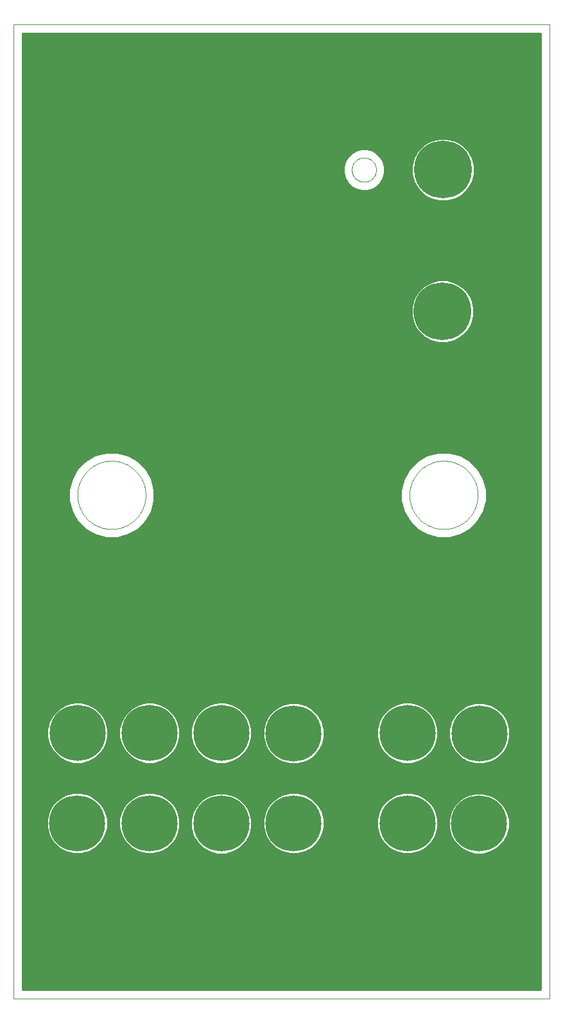
<source format=gtl>
G75*
%MOIN*%
%OFA0B0*%
%FSLAX25Y25*%
%IPPOS*%
%LPD*%
%AMOC8*
5,1,8,0,0,1.08239X$1,22.5*
%
%ADD10C,0.00039*%
%ADD11C,0.00000*%
%ADD12C,0.29984*%
%ADD13C,0.29098*%
%ADD14C,0.01000*%
D10*
X0003246Y0005215D02*
X0281543Y0005215D01*
X0281543Y0511120D01*
X0003246Y0511120D01*
X0003246Y0005215D01*
D11*
X0036464Y0266780D02*
X0036469Y0267215D01*
X0036485Y0267649D01*
X0036512Y0268083D01*
X0036549Y0268517D01*
X0036597Y0268949D01*
X0036656Y0269380D01*
X0036725Y0269809D01*
X0036804Y0270236D01*
X0036894Y0270662D01*
X0036995Y0271085D01*
X0037106Y0271505D01*
X0037227Y0271923D01*
X0037358Y0272337D01*
X0037500Y0272749D01*
X0037651Y0273156D01*
X0037813Y0273560D01*
X0037984Y0273960D01*
X0038165Y0274355D01*
X0038356Y0274746D01*
X0038556Y0275132D01*
X0038766Y0275513D01*
X0038985Y0275888D01*
X0039213Y0276259D01*
X0039450Y0276623D01*
X0039696Y0276982D01*
X0039951Y0277334D01*
X0040214Y0277680D01*
X0040486Y0278020D01*
X0040766Y0278352D01*
X0041054Y0278678D01*
X0041350Y0278997D01*
X0041653Y0279308D01*
X0041964Y0279611D01*
X0042283Y0279907D01*
X0042609Y0280195D01*
X0042941Y0280475D01*
X0043281Y0280747D01*
X0043627Y0281010D01*
X0043979Y0281265D01*
X0044338Y0281511D01*
X0044702Y0281748D01*
X0045073Y0281976D01*
X0045448Y0282195D01*
X0045829Y0282405D01*
X0046215Y0282605D01*
X0046606Y0282796D01*
X0047001Y0282977D01*
X0047401Y0283148D01*
X0047805Y0283310D01*
X0048212Y0283461D01*
X0048624Y0283603D01*
X0049038Y0283734D01*
X0049456Y0283855D01*
X0049876Y0283966D01*
X0050299Y0284067D01*
X0050725Y0284157D01*
X0051152Y0284236D01*
X0051581Y0284305D01*
X0052012Y0284364D01*
X0052444Y0284412D01*
X0052878Y0284449D01*
X0053312Y0284476D01*
X0053746Y0284492D01*
X0054181Y0284497D01*
X0054616Y0284492D01*
X0055050Y0284476D01*
X0055484Y0284449D01*
X0055918Y0284412D01*
X0056350Y0284364D01*
X0056781Y0284305D01*
X0057210Y0284236D01*
X0057637Y0284157D01*
X0058063Y0284067D01*
X0058486Y0283966D01*
X0058906Y0283855D01*
X0059324Y0283734D01*
X0059738Y0283603D01*
X0060150Y0283461D01*
X0060557Y0283310D01*
X0060961Y0283148D01*
X0061361Y0282977D01*
X0061756Y0282796D01*
X0062147Y0282605D01*
X0062533Y0282405D01*
X0062914Y0282195D01*
X0063289Y0281976D01*
X0063660Y0281748D01*
X0064024Y0281511D01*
X0064383Y0281265D01*
X0064735Y0281010D01*
X0065081Y0280747D01*
X0065421Y0280475D01*
X0065753Y0280195D01*
X0066079Y0279907D01*
X0066398Y0279611D01*
X0066709Y0279308D01*
X0067012Y0278997D01*
X0067308Y0278678D01*
X0067596Y0278352D01*
X0067876Y0278020D01*
X0068148Y0277680D01*
X0068411Y0277334D01*
X0068666Y0276982D01*
X0068912Y0276623D01*
X0069149Y0276259D01*
X0069377Y0275888D01*
X0069596Y0275513D01*
X0069806Y0275132D01*
X0070006Y0274746D01*
X0070197Y0274355D01*
X0070378Y0273960D01*
X0070549Y0273560D01*
X0070711Y0273156D01*
X0070862Y0272749D01*
X0071004Y0272337D01*
X0071135Y0271923D01*
X0071256Y0271505D01*
X0071367Y0271085D01*
X0071468Y0270662D01*
X0071558Y0270236D01*
X0071637Y0269809D01*
X0071706Y0269380D01*
X0071765Y0268949D01*
X0071813Y0268517D01*
X0071850Y0268083D01*
X0071877Y0267649D01*
X0071893Y0267215D01*
X0071898Y0266780D01*
X0071893Y0266345D01*
X0071877Y0265911D01*
X0071850Y0265477D01*
X0071813Y0265043D01*
X0071765Y0264611D01*
X0071706Y0264180D01*
X0071637Y0263751D01*
X0071558Y0263324D01*
X0071468Y0262898D01*
X0071367Y0262475D01*
X0071256Y0262055D01*
X0071135Y0261637D01*
X0071004Y0261223D01*
X0070862Y0260811D01*
X0070711Y0260404D01*
X0070549Y0260000D01*
X0070378Y0259600D01*
X0070197Y0259205D01*
X0070006Y0258814D01*
X0069806Y0258428D01*
X0069596Y0258047D01*
X0069377Y0257672D01*
X0069149Y0257301D01*
X0068912Y0256937D01*
X0068666Y0256578D01*
X0068411Y0256226D01*
X0068148Y0255880D01*
X0067876Y0255540D01*
X0067596Y0255208D01*
X0067308Y0254882D01*
X0067012Y0254563D01*
X0066709Y0254252D01*
X0066398Y0253949D01*
X0066079Y0253653D01*
X0065753Y0253365D01*
X0065421Y0253085D01*
X0065081Y0252813D01*
X0064735Y0252550D01*
X0064383Y0252295D01*
X0064024Y0252049D01*
X0063660Y0251812D01*
X0063289Y0251584D01*
X0062914Y0251365D01*
X0062533Y0251155D01*
X0062147Y0250955D01*
X0061756Y0250764D01*
X0061361Y0250583D01*
X0060961Y0250412D01*
X0060557Y0250250D01*
X0060150Y0250099D01*
X0059738Y0249957D01*
X0059324Y0249826D01*
X0058906Y0249705D01*
X0058486Y0249594D01*
X0058063Y0249493D01*
X0057637Y0249403D01*
X0057210Y0249324D01*
X0056781Y0249255D01*
X0056350Y0249196D01*
X0055918Y0249148D01*
X0055484Y0249111D01*
X0055050Y0249084D01*
X0054616Y0249068D01*
X0054181Y0249063D01*
X0053746Y0249068D01*
X0053312Y0249084D01*
X0052878Y0249111D01*
X0052444Y0249148D01*
X0052012Y0249196D01*
X0051581Y0249255D01*
X0051152Y0249324D01*
X0050725Y0249403D01*
X0050299Y0249493D01*
X0049876Y0249594D01*
X0049456Y0249705D01*
X0049038Y0249826D01*
X0048624Y0249957D01*
X0048212Y0250099D01*
X0047805Y0250250D01*
X0047401Y0250412D01*
X0047001Y0250583D01*
X0046606Y0250764D01*
X0046215Y0250955D01*
X0045829Y0251155D01*
X0045448Y0251365D01*
X0045073Y0251584D01*
X0044702Y0251812D01*
X0044338Y0252049D01*
X0043979Y0252295D01*
X0043627Y0252550D01*
X0043281Y0252813D01*
X0042941Y0253085D01*
X0042609Y0253365D01*
X0042283Y0253653D01*
X0041964Y0253949D01*
X0041653Y0254252D01*
X0041350Y0254563D01*
X0041054Y0254882D01*
X0040766Y0255208D01*
X0040486Y0255540D01*
X0040214Y0255880D01*
X0039951Y0256226D01*
X0039696Y0256578D01*
X0039450Y0256937D01*
X0039213Y0257301D01*
X0038985Y0257672D01*
X0038766Y0258047D01*
X0038556Y0258428D01*
X0038356Y0258814D01*
X0038165Y0259205D01*
X0037984Y0259600D01*
X0037813Y0260000D01*
X0037651Y0260404D01*
X0037500Y0260811D01*
X0037358Y0261223D01*
X0037227Y0261637D01*
X0037106Y0262055D01*
X0036995Y0262475D01*
X0036894Y0262898D01*
X0036804Y0263324D01*
X0036725Y0263751D01*
X0036656Y0264180D01*
X0036597Y0264611D01*
X0036549Y0265043D01*
X0036512Y0265477D01*
X0036485Y0265911D01*
X0036469Y0266345D01*
X0036464Y0266780D01*
X0178984Y0435677D02*
X0178986Y0435835D01*
X0178992Y0435993D01*
X0179002Y0436151D01*
X0179016Y0436309D01*
X0179034Y0436466D01*
X0179055Y0436623D01*
X0179081Y0436779D01*
X0179111Y0436935D01*
X0179144Y0437090D01*
X0179182Y0437243D01*
X0179223Y0437396D01*
X0179268Y0437548D01*
X0179317Y0437699D01*
X0179370Y0437848D01*
X0179426Y0437996D01*
X0179486Y0438142D01*
X0179550Y0438287D01*
X0179618Y0438430D01*
X0179689Y0438572D01*
X0179763Y0438712D01*
X0179841Y0438849D01*
X0179923Y0438985D01*
X0180007Y0439119D01*
X0180096Y0439250D01*
X0180187Y0439379D01*
X0180282Y0439506D01*
X0180379Y0439631D01*
X0180480Y0439753D01*
X0180584Y0439872D01*
X0180691Y0439989D01*
X0180801Y0440103D01*
X0180914Y0440214D01*
X0181029Y0440323D01*
X0181147Y0440428D01*
X0181268Y0440530D01*
X0181391Y0440630D01*
X0181517Y0440726D01*
X0181645Y0440819D01*
X0181775Y0440909D01*
X0181908Y0440995D01*
X0182043Y0441079D01*
X0182179Y0441158D01*
X0182318Y0441235D01*
X0182459Y0441307D01*
X0182601Y0441377D01*
X0182745Y0441442D01*
X0182891Y0441504D01*
X0183038Y0441562D01*
X0183187Y0441617D01*
X0183337Y0441668D01*
X0183488Y0441715D01*
X0183640Y0441758D01*
X0183793Y0441797D01*
X0183948Y0441833D01*
X0184103Y0441864D01*
X0184259Y0441892D01*
X0184415Y0441916D01*
X0184572Y0441936D01*
X0184730Y0441952D01*
X0184887Y0441964D01*
X0185046Y0441972D01*
X0185204Y0441976D01*
X0185362Y0441976D01*
X0185520Y0441972D01*
X0185679Y0441964D01*
X0185836Y0441952D01*
X0185994Y0441936D01*
X0186151Y0441916D01*
X0186307Y0441892D01*
X0186463Y0441864D01*
X0186618Y0441833D01*
X0186773Y0441797D01*
X0186926Y0441758D01*
X0187078Y0441715D01*
X0187229Y0441668D01*
X0187379Y0441617D01*
X0187528Y0441562D01*
X0187675Y0441504D01*
X0187821Y0441442D01*
X0187965Y0441377D01*
X0188107Y0441307D01*
X0188248Y0441235D01*
X0188387Y0441158D01*
X0188523Y0441079D01*
X0188658Y0440995D01*
X0188791Y0440909D01*
X0188921Y0440819D01*
X0189049Y0440726D01*
X0189175Y0440630D01*
X0189298Y0440530D01*
X0189419Y0440428D01*
X0189537Y0440323D01*
X0189652Y0440214D01*
X0189765Y0440103D01*
X0189875Y0439989D01*
X0189982Y0439872D01*
X0190086Y0439753D01*
X0190187Y0439631D01*
X0190284Y0439506D01*
X0190379Y0439379D01*
X0190470Y0439250D01*
X0190559Y0439119D01*
X0190643Y0438985D01*
X0190725Y0438849D01*
X0190803Y0438712D01*
X0190877Y0438572D01*
X0190948Y0438430D01*
X0191016Y0438287D01*
X0191080Y0438142D01*
X0191140Y0437996D01*
X0191196Y0437848D01*
X0191249Y0437699D01*
X0191298Y0437548D01*
X0191343Y0437396D01*
X0191384Y0437243D01*
X0191422Y0437090D01*
X0191455Y0436935D01*
X0191485Y0436779D01*
X0191511Y0436623D01*
X0191532Y0436466D01*
X0191550Y0436309D01*
X0191564Y0436151D01*
X0191574Y0435993D01*
X0191580Y0435835D01*
X0191582Y0435677D01*
X0191580Y0435519D01*
X0191574Y0435361D01*
X0191564Y0435203D01*
X0191550Y0435045D01*
X0191532Y0434888D01*
X0191511Y0434731D01*
X0191485Y0434575D01*
X0191455Y0434419D01*
X0191422Y0434264D01*
X0191384Y0434111D01*
X0191343Y0433958D01*
X0191298Y0433806D01*
X0191249Y0433655D01*
X0191196Y0433506D01*
X0191140Y0433358D01*
X0191080Y0433212D01*
X0191016Y0433067D01*
X0190948Y0432924D01*
X0190877Y0432782D01*
X0190803Y0432642D01*
X0190725Y0432505D01*
X0190643Y0432369D01*
X0190559Y0432235D01*
X0190470Y0432104D01*
X0190379Y0431975D01*
X0190284Y0431848D01*
X0190187Y0431723D01*
X0190086Y0431601D01*
X0189982Y0431482D01*
X0189875Y0431365D01*
X0189765Y0431251D01*
X0189652Y0431140D01*
X0189537Y0431031D01*
X0189419Y0430926D01*
X0189298Y0430824D01*
X0189175Y0430724D01*
X0189049Y0430628D01*
X0188921Y0430535D01*
X0188791Y0430445D01*
X0188658Y0430359D01*
X0188523Y0430275D01*
X0188387Y0430196D01*
X0188248Y0430119D01*
X0188107Y0430047D01*
X0187965Y0429977D01*
X0187821Y0429912D01*
X0187675Y0429850D01*
X0187528Y0429792D01*
X0187379Y0429737D01*
X0187229Y0429686D01*
X0187078Y0429639D01*
X0186926Y0429596D01*
X0186773Y0429557D01*
X0186618Y0429521D01*
X0186463Y0429490D01*
X0186307Y0429462D01*
X0186151Y0429438D01*
X0185994Y0429418D01*
X0185836Y0429402D01*
X0185679Y0429390D01*
X0185520Y0429382D01*
X0185362Y0429378D01*
X0185204Y0429378D01*
X0185046Y0429382D01*
X0184887Y0429390D01*
X0184730Y0429402D01*
X0184572Y0429418D01*
X0184415Y0429438D01*
X0184259Y0429462D01*
X0184103Y0429490D01*
X0183948Y0429521D01*
X0183793Y0429557D01*
X0183640Y0429596D01*
X0183488Y0429639D01*
X0183337Y0429686D01*
X0183187Y0429737D01*
X0183038Y0429792D01*
X0182891Y0429850D01*
X0182745Y0429912D01*
X0182601Y0429977D01*
X0182459Y0430047D01*
X0182318Y0430119D01*
X0182179Y0430196D01*
X0182043Y0430275D01*
X0181908Y0430359D01*
X0181775Y0430445D01*
X0181645Y0430535D01*
X0181517Y0430628D01*
X0181391Y0430724D01*
X0181268Y0430824D01*
X0181147Y0430926D01*
X0181029Y0431031D01*
X0180914Y0431140D01*
X0180801Y0431251D01*
X0180691Y0431365D01*
X0180584Y0431482D01*
X0180480Y0431601D01*
X0180379Y0431723D01*
X0180282Y0431848D01*
X0180187Y0431975D01*
X0180096Y0432104D01*
X0180007Y0432235D01*
X0179923Y0432369D01*
X0179841Y0432505D01*
X0179763Y0432642D01*
X0179689Y0432782D01*
X0179618Y0432924D01*
X0179550Y0433067D01*
X0179486Y0433212D01*
X0179426Y0433358D01*
X0179370Y0433506D01*
X0179317Y0433655D01*
X0179268Y0433806D01*
X0179223Y0433958D01*
X0179182Y0434111D01*
X0179144Y0434264D01*
X0179111Y0434419D01*
X0179081Y0434575D01*
X0179055Y0434731D01*
X0179034Y0434888D01*
X0179016Y0435045D01*
X0179002Y0435203D01*
X0178992Y0435361D01*
X0178986Y0435519D01*
X0178984Y0435677D01*
X0208905Y0266780D02*
X0208910Y0267215D01*
X0208926Y0267649D01*
X0208953Y0268083D01*
X0208990Y0268517D01*
X0209038Y0268949D01*
X0209097Y0269380D01*
X0209166Y0269809D01*
X0209245Y0270236D01*
X0209335Y0270662D01*
X0209436Y0271085D01*
X0209547Y0271505D01*
X0209668Y0271923D01*
X0209799Y0272337D01*
X0209941Y0272749D01*
X0210092Y0273156D01*
X0210254Y0273560D01*
X0210425Y0273960D01*
X0210606Y0274355D01*
X0210797Y0274746D01*
X0210997Y0275132D01*
X0211207Y0275513D01*
X0211426Y0275888D01*
X0211654Y0276259D01*
X0211891Y0276623D01*
X0212137Y0276982D01*
X0212392Y0277334D01*
X0212655Y0277680D01*
X0212927Y0278020D01*
X0213207Y0278352D01*
X0213495Y0278678D01*
X0213791Y0278997D01*
X0214094Y0279308D01*
X0214405Y0279611D01*
X0214724Y0279907D01*
X0215050Y0280195D01*
X0215382Y0280475D01*
X0215722Y0280747D01*
X0216068Y0281010D01*
X0216420Y0281265D01*
X0216779Y0281511D01*
X0217143Y0281748D01*
X0217514Y0281976D01*
X0217889Y0282195D01*
X0218270Y0282405D01*
X0218656Y0282605D01*
X0219047Y0282796D01*
X0219442Y0282977D01*
X0219842Y0283148D01*
X0220246Y0283310D01*
X0220653Y0283461D01*
X0221065Y0283603D01*
X0221479Y0283734D01*
X0221897Y0283855D01*
X0222317Y0283966D01*
X0222740Y0284067D01*
X0223166Y0284157D01*
X0223593Y0284236D01*
X0224022Y0284305D01*
X0224453Y0284364D01*
X0224885Y0284412D01*
X0225319Y0284449D01*
X0225753Y0284476D01*
X0226187Y0284492D01*
X0226622Y0284497D01*
X0227057Y0284492D01*
X0227491Y0284476D01*
X0227925Y0284449D01*
X0228359Y0284412D01*
X0228791Y0284364D01*
X0229222Y0284305D01*
X0229651Y0284236D01*
X0230078Y0284157D01*
X0230504Y0284067D01*
X0230927Y0283966D01*
X0231347Y0283855D01*
X0231765Y0283734D01*
X0232179Y0283603D01*
X0232591Y0283461D01*
X0232998Y0283310D01*
X0233402Y0283148D01*
X0233802Y0282977D01*
X0234197Y0282796D01*
X0234588Y0282605D01*
X0234974Y0282405D01*
X0235355Y0282195D01*
X0235730Y0281976D01*
X0236101Y0281748D01*
X0236465Y0281511D01*
X0236824Y0281265D01*
X0237176Y0281010D01*
X0237522Y0280747D01*
X0237862Y0280475D01*
X0238194Y0280195D01*
X0238520Y0279907D01*
X0238839Y0279611D01*
X0239150Y0279308D01*
X0239453Y0278997D01*
X0239749Y0278678D01*
X0240037Y0278352D01*
X0240317Y0278020D01*
X0240589Y0277680D01*
X0240852Y0277334D01*
X0241107Y0276982D01*
X0241353Y0276623D01*
X0241590Y0276259D01*
X0241818Y0275888D01*
X0242037Y0275513D01*
X0242247Y0275132D01*
X0242447Y0274746D01*
X0242638Y0274355D01*
X0242819Y0273960D01*
X0242990Y0273560D01*
X0243152Y0273156D01*
X0243303Y0272749D01*
X0243445Y0272337D01*
X0243576Y0271923D01*
X0243697Y0271505D01*
X0243808Y0271085D01*
X0243909Y0270662D01*
X0243999Y0270236D01*
X0244078Y0269809D01*
X0244147Y0269380D01*
X0244206Y0268949D01*
X0244254Y0268517D01*
X0244291Y0268083D01*
X0244318Y0267649D01*
X0244334Y0267215D01*
X0244339Y0266780D01*
X0244334Y0266345D01*
X0244318Y0265911D01*
X0244291Y0265477D01*
X0244254Y0265043D01*
X0244206Y0264611D01*
X0244147Y0264180D01*
X0244078Y0263751D01*
X0243999Y0263324D01*
X0243909Y0262898D01*
X0243808Y0262475D01*
X0243697Y0262055D01*
X0243576Y0261637D01*
X0243445Y0261223D01*
X0243303Y0260811D01*
X0243152Y0260404D01*
X0242990Y0260000D01*
X0242819Y0259600D01*
X0242638Y0259205D01*
X0242447Y0258814D01*
X0242247Y0258428D01*
X0242037Y0258047D01*
X0241818Y0257672D01*
X0241590Y0257301D01*
X0241353Y0256937D01*
X0241107Y0256578D01*
X0240852Y0256226D01*
X0240589Y0255880D01*
X0240317Y0255540D01*
X0240037Y0255208D01*
X0239749Y0254882D01*
X0239453Y0254563D01*
X0239150Y0254252D01*
X0238839Y0253949D01*
X0238520Y0253653D01*
X0238194Y0253365D01*
X0237862Y0253085D01*
X0237522Y0252813D01*
X0237176Y0252550D01*
X0236824Y0252295D01*
X0236465Y0252049D01*
X0236101Y0251812D01*
X0235730Y0251584D01*
X0235355Y0251365D01*
X0234974Y0251155D01*
X0234588Y0250955D01*
X0234197Y0250764D01*
X0233802Y0250583D01*
X0233402Y0250412D01*
X0232998Y0250250D01*
X0232591Y0250099D01*
X0232179Y0249957D01*
X0231765Y0249826D01*
X0231347Y0249705D01*
X0230927Y0249594D01*
X0230504Y0249493D01*
X0230078Y0249403D01*
X0229651Y0249324D01*
X0229222Y0249255D01*
X0228791Y0249196D01*
X0228359Y0249148D01*
X0227925Y0249111D01*
X0227491Y0249084D01*
X0227057Y0249068D01*
X0226622Y0249063D01*
X0226187Y0249068D01*
X0225753Y0249084D01*
X0225319Y0249111D01*
X0224885Y0249148D01*
X0224453Y0249196D01*
X0224022Y0249255D01*
X0223593Y0249324D01*
X0223166Y0249403D01*
X0222740Y0249493D01*
X0222317Y0249594D01*
X0221897Y0249705D01*
X0221479Y0249826D01*
X0221065Y0249957D01*
X0220653Y0250099D01*
X0220246Y0250250D01*
X0219842Y0250412D01*
X0219442Y0250583D01*
X0219047Y0250764D01*
X0218656Y0250955D01*
X0218270Y0251155D01*
X0217889Y0251365D01*
X0217514Y0251584D01*
X0217143Y0251812D01*
X0216779Y0252049D01*
X0216420Y0252295D01*
X0216068Y0252550D01*
X0215722Y0252813D01*
X0215382Y0253085D01*
X0215050Y0253365D01*
X0214724Y0253653D01*
X0214405Y0253949D01*
X0214094Y0254252D01*
X0213791Y0254563D01*
X0213495Y0254882D01*
X0213207Y0255208D01*
X0212927Y0255540D01*
X0212655Y0255880D01*
X0212392Y0256226D01*
X0212137Y0256578D01*
X0211891Y0256937D01*
X0211654Y0257301D01*
X0211426Y0257672D01*
X0211207Y0258047D01*
X0210997Y0258428D01*
X0210797Y0258814D01*
X0210606Y0259205D01*
X0210425Y0259600D01*
X0210254Y0260000D01*
X0210092Y0260404D01*
X0209941Y0260811D01*
X0209799Y0261223D01*
X0209668Y0261637D01*
X0209547Y0262055D01*
X0209436Y0262475D01*
X0209335Y0262898D01*
X0209245Y0263324D01*
X0209166Y0263751D01*
X0209097Y0264180D01*
X0209038Y0264611D01*
X0208990Y0265043D01*
X0208953Y0265477D01*
X0208926Y0265911D01*
X0208910Y0266345D01*
X0208905Y0266780D01*
D12*
X0226081Y0362104D03*
X0226278Y0435726D03*
D13*
X0207774Y0143207D03*
X0207774Y0096356D03*
X0244978Y0096159D03*
X0245175Y0143010D03*
X0148719Y0143010D03*
X0148719Y0096356D03*
X0111120Y0096159D03*
X0111120Y0143207D03*
X0073915Y0143207D03*
X0073915Y0096356D03*
X0036317Y0096356D03*
X0036514Y0143207D03*
D14*
X0029370Y0129030D02*
X0007766Y0129030D01*
X0007766Y0130028D02*
X0027641Y0130028D01*
X0026782Y0130524D02*
X0030396Y0128438D01*
X0034427Y0127357D01*
X0038600Y0127357D01*
X0042631Y0128438D01*
X0046245Y0130524D01*
X0049196Y0133475D01*
X0051283Y0137089D01*
X0052363Y0141120D01*
X0052363Y0145293D01*
X0051283Y0149324D01*
X0049196Y0152938D01*
X0046245Y0155889D01*
X0042631Y0157976D01*
X0038600Y0159056D01*
X0034427Y0159056D01*
X0030396Y0157976D01*
X0026782Y0155889D01*
X0023831Y0152938D01*
X0021745Y0149324D01*
X0020665Y0145293D01*
X0020665Y0141120D01*
X0021745Y0137089D01*
X0023831Y0133475D01*
X0026782Y0130524D01*
X0026279Y0131027D02*
X0007766Y0131027D01*
X0007766Y0132026D02*
X0025281Y0132026D01*
X0024282Y0133024D02*
X0007766Y0133024D01*
X0007766Y0134023D02*
X0023515Y0134023D01*
X0022939Y0135021D02*
X0007766Y0135021D01*
X0007766Y0136020D02*
X0022362Y0136020D01*
X0021786Y0137018D02*
X0007766Y0137018D01*
X0007766Y0138017D02*
X0021496Y0138017D01*
X0021229Y0139015D02*
X0007766Y0139015D01*
X0007766Y0140014D02*
X0020961Y0140014D01*
X0020693Y0141012D02*
X0007766Y0141012D01*
X0007766Y0142011D02*
X0020665Y0142011D01*
X0020665Y0143009D02*
X0007766Y0143009D01*
X0007766Y0144008D02*
X0020665Y0144008D01*
X0020665Y0145006D02*
X0007766Y0145006D01*
X0007766Y0146005D02*
X0020855Y0146005D01*
X0021123Y0147003D02*
X0007766Y0147003D01*
X0007766Y0148002D02*
X0021390Y0148002D01*
X0021658Y0149000D02*
X0007766Y0149000D01*
X0007766Y0149999D02*
X0022134Y0149999D01*
X0022711Y0150997D02*
X0007766Y0150997D01*
X0007766Y0151996D02*
X0023287Y0151996D01*
X0023887Y0152994D02*
X0007766Y0152994D01*
X0007766Y0153993D02*
X0024886Y0153993D01*
X0025884Y0154991D02*
X0007766Y0154991D01*
X0007766Y0155990D02*
X0026956Y0155990D01*
X0028686Y0156988D02*
X0007766Y0156988D01*
X0007766Y0157987D02*
X0030437Y0157987D01*
X0034164Y0158985D02*
X0007766Y0158985D01*
X0007766Y0159984D02*
X0277024Y0159984D01*
X0277024Y0160982D02*
X0007766Y0160982D01*
X0007766Y0161981D02*
X0277024Y0161981D01*
X0277024Y0162979D02*
X0007766Y0162979D01*
X0007766Y0163978D02*
X0277024Y0163978D01*
X0277024Y0164976D02*
X0007766Y0164976D01*
X0007766Y0165975D02*
X0277024Y0165975D01*
X0277024Y0166973D02*
X0007766Y0166973D01*
X0007766Y0167972D02*
X0277024Y0167972D01*
X0277024Y0168970D02*
X0007766Y0168970D01*
X0007766Y0169969D02*
X0277024Y0169969D01*
X0277024Y0170967D02*
X0007766Y0170967D01*
X0007766Y0171966D02*
X0277024Y0171966D01*
X0277024Y0172964D02*
X0007766Y0172964D01*
X0007766Y0173963D02*
X0277024Y0173963D01*
X0277024Y0174961D02*
X0007766Y0174961D01*
X0007766Y0175960D02*
X0277024Y0175960D01*
X0277024Y0176959D02*
X0007766Y0176959D01*
X0007766Y0177957D02*
X0277024Y0177957D01*
X0277024Y0178956D02*
X0007766Y0178956D01*
X0007766Y0179954D02*
X0277024Y0179954D01*
X0277024Y0180953D02*
X0007766Y0180953D01*
X0007766Y0181951D02*
X0277024Y0181951D01*
X0277024Y0182950D02*
X0007766Y0182950D01*
X0007766Y0183948D02*
X0277024Y0183948D01*
X0277024Y0184947D02*
X0007766Y0184947D01*
X0007766Y0185945D02*
X0277024Y0185945D01*
X0277024Y0186944D02*
X0007766Y0186944D01*
X0007766Y0187942D02*
X0277024Y0187942D01*
X0277024Y0188941D02*
X0007766Y0188941D01*
X0007766Y0189939D02*
X0277024Y0189939D01*
X0277024Y0190938D02*
X0007766Y0190938D01*
X0007766Y0191936D02*
X0277024Y0191936D01*
X0277024Y0192935D02*
X0007766Y0192935D01*
X0007766Y0193933D02*
X0277024Y0193933D01*
X0277024Y0194932D02*
X0007766Y0194932D01*
X0007766Y0195930D02*
X0277024Y0195930D01*
X0277024Y0196929D02*
X0007766Y0196929D01*
X0007766Y0197927D02*
X0277024Y0197927D01*
X0277024Y0198926D02*
X0007766Y0198926D01*
X0007766Y0199924D02*
X0277024Y0199924D01*
X0277024Y0200923D02*
X0007766Y0200923D01*
X0007766Y0201921D02*
X0277024Y0201921D01*
X0277024Y0202920D02*
X0007766Y0202920D01*
X0007766Y0203918D02*
X0277024Y0203918D01*
X0277024Y0204917D02*
X0007766Y0204917D01*
X0007766Y0205915D02*
X0277024Y0205915D01*
X0277024Y0206914D02*
X0007766Y0206914D01*
X0007766Y0207912D02*
X0277024Y0207912D01*
X0277024Y0208911D02*
X0007766Y0208911D01*
X0007766Y0209909D02*
X0277024Y0209909D01*
X0277024Y0210908D02*
X0007766Y0210908D01*
X0007766Y0211906D02*
X0277024Y0211906D01*
X0277024Y0212905D02*
X0007766Y0212905D01*
X0007766Y0213903D02*
X0277024Y0213903D01*
X0277024Y0214902D02*
X0007766Y0214902D01*
X0007766Y0215900D02*
X0277024Y0215900D01*
X0277024Y0216899D02*
X0007766Y0216899D01*
X0007766Y0217897D02*
X0277024Y0217897D01*
X0277024Y0218896D02*
X0007766Y0218896D01*
X0007766Y0219895D02*
X0277024Y0219895D01*
X0277024Y0220893D02*
X0007766Y0220893D01*
X0007766Y0221892D02*
X0277024Y0221892D01*
X0277024Y0222890D02*
X0007766Y0222890D01*
X0007766Y0223889D02*
X0277024Y0223889D01*
X0277024Y0224887D02*
X0007766Y0224887D01*
X0007766Y0225886D02*
X0277024Y0225886D01*
X0277024Y0226884D02*
X0007766Y0226884D01*
X0007766Y0227883D02*
X0277024Y0227883D01*
X0277024Y0228881D02*
X0007766Y0228881D01*
X0007766Y0229880D02*
X0277024Y0229880D01*
X0277024Y0230878D02*
X0007766Y0230878D01*
X0007766Y0231877D02*
X0277024Y0231877D01*
X0277024Y0232875D02*
X0007766Y0232875D01*
X0007766Y0233874D02*
X0277024Y0233874D01*
X0277024Y0234872D02*
X0007766Y0234872D01*
X0007766Y0235871D02*
X0277024Y0235871D01*
X0277024Y0236869D02*
X0007766Y0236869D01*
X0007766Y0237868D02*
X0277024Y0237868D01*
X0277024Y0238866D02*
X0007766Y0238866D01*
X0007766Y0239865D02*
X0277024Y0239865D01*
X0277024Y0240863D02*
X0007766Y0240863D01*
X0007766Y0241862D02*
X0277024Y0241862D01*
X0277024Y0242860D02*
X0007766Y0242860D01*
X0007766Y0243859D02*
X0277024Y0243859D01*
X0277024Y0244857D02*
X0230645Y0244857D01*
X0229547Y0244563D02*
X0235197Y0246077D01*
X0240263Y0249002D01*
X0244400Y0253138D01*
X0247325Y0258204D01*
X0248839Y0263855D01*
X0248839Y0269704D01*
X0247325Y0275355D01*
X0244400Y0280421D01*
X0240263Y0284557D01*
X0235197Y0287482D01*
X0229547Y0288996D01*
X0223697Y0288996D01*
X0218047Y0287482D01*
X0212981Y0284557D01*
X0208844Y0280421D01*
X0205920Y0275355D01*
X0204406Y0269704D01*
X0204406Y0263855D01*
X0205920Y0258204D01*
X0208844Y0253138D01*
X0212981Y0249002D01*
X0218047Y0246077D01*
X0223697Y0244563D01*
X0229547Y0244563D01*
X0234372Y0245856D02*
X0277024Y0245856D01*
X0277024Y0246854D02*
X0236544Y0246854D01*
X0238273Y0247853D02*
X0277024Y0247853D01*
X0277024Y0248851D02*
X0240003Y0248851D01*
X0241111Y0249850D02*
X0277024Y0249850D01*
X0277024Y0250848D02*
X0242110Y0250848D01*
X0243108Y0251847D02*
X0277024Y0251847D01*
X0277024Y0252845D02*
X0244107Y0252845D01*
X0244807Y0253844D02*
X0277024Y0253844D01*
X0277024Y0254842D02*
X0245384Y0254842D01*
X0245960Y0255841D02*
X0277024Y0255841D01*
X0277024Y0256839D02*
X0246537Y0256839D01*
X0247113Y0257838D02*
X0277024Y0257838D01*
X0277024Y0258836D02*
X0247494Y0258836D01*
X0247761Y0259835D02*
X0277024Y0259835D01*
X0277024Y0260833D02*
X0248029Y0260833D01*
X0248297Y0261832D02*
X0277024Y0261832D01*
X0277024Y0262830D02*
X0248564Y0262830D01*
X0248832Y0263829D02*
X0277024Y0263829D01*
X0277024Y0264828D02*
X0248839Y0264828D01*
X0248839Y0265826D02*
X0277024Y0265826D01*
X0277024Y0266825D02*
X0248839Y0266825D01*
X0248839Y0267823D02*
X0277024Y0267823D01*
X0277024Y0268822D02*
X0248839Y0268822D01*
X0248808Y0269820D02*
X0277024Y0269820D01*
X0277024Y0270819D02*
X0248540Y0270819D01*
X0248272Y0271817D02*
X0277024Y0271817D01*
X0277024Y0272816D02*
X0248005Y0272816D01*
X0247737Y0273814D02*
X0277024Y0273814D01*
X0277024Y0274813D02*
X0247470Y0274813D01*
X0247061Y0275811D02*
X0277024Y0275811D01*
X0277024Y0276810D02*
X0246485Y0276810D01*
X0245908Y0277808D02*
X0277024Y0277808D01*
X0277024Y0278807D02*
X0245332Y0278807D01*
X0244755Y0279805D02*
X0277024Y0279805D01*
X0277024Y0280804D02*
X0244017Y0280804D01*
X0243018Y0281802D02*
X0277024Y0281802D01*
X0277024Y0282801D02*
X0242020Y0282801D01*
X0241021Y0283799D02*
X0277024Y0283799D01*
X0277024Y0284798D02*
X0239847Y0284798D01*
X0238117Y0285796D02*
X0277024Y0285796D01*
X0277024Y0286795D02*
X0236388Y0286795D01*
X0234036Y0287793D02*
X0277024Y0287793D01*
X0277024Y0288792D02*
X0230309Y0288792D01*
X0222935Y0288792D02*
X0057868Y0288792D01*
X0057106Y0288996D02*
X0051256Y0288996D01*
X0045606Y0287482D01*
X0040540Y0284557D01*
X0036403Y0280421D01*
X0033479Y0275355D01*
X0031965Y0269704D01*
X0031965Y0263855D01*
X0033479Y0258204D01*
X0036403Y0253138D01*
X0040540Y0249002D01*
X0045606Y0246077D01*
X0051256Y0244563D01*
X0057106Y0244563D01*
X0062756Y0246077D01*
X0067822Y0249002D01*
X0071959Y0253138D01*
X0074884Y0258204D01*
X0076398Y0263855D01*
X0076398Y0269704D01*
X0074884Y0275355D01*
X0071959Y0280421D01*
X0067822Y0284557D01*
X0062756Y0287482D01*
X0057106Y0288996D01*
X0061595Y0287793D02*
X0219208Y0287793D01*
X0216856Y0286795D02*
X0063947Y0286795D01*
X0065676Y0285796D02*
X0215127Y0285796D01*
X0213397Y0284798D02*
X0067406Y0284798D01*
X0068580Y0283799D02*
X0212223Y0283799D01*
X0211224Y0282801D02*
X0069579Y0282801D01*
X0070577Y0281802D02*
X0210226Y0281802D01*
X0209227Y0280804D02*
X0071576Y0280804D01*
X0072314Y0279805D02*
X0208489Y0279805D01*
X0207912Y0278807D02*
X0072891Y0278807D01*
X0073467Y0277808D02*
X0207336Y0277808D01*
X0206759Y0276810D02*
X0074044Y0276810D01*
X0074620Y0275811D02*
X0206183Y0275811D01*
X0205774Y0274813D02*
X0075029Y0274813D01*
X0075296Y0273814D02*
X0205507Y0273814D01*
X0205239Y0272816D02*
X0075564Y0272816D01*
X0075832Y0271817D02*
X0204972Y0271817D01*
X0204704Y0270819D02*
X0076099Y0270819D01*
X0076367Y0269820D02*
X0204437Y0269820D01*
X0204406Y0268822D02*
X0076398Y0268822D01*
X0076398Y0267823D02*
X0204406Y0267823D01*
X0204406Y0266825D02*
X0076398Y0266825D01*
X0076398Y0265826D02*
X0204406Y0265826D01*
X0204406Y0264828D02*
X0076398Y0264828D01*
X0076391Y0263829D02*
X0204412Y0263829D01*
X0204680Y0262830D02*
X0076123Y0262830D01*
X0075856Y0261832D02*
X0204947Y0261832D01*
X0205215Y0260833D02*
X0075588Y0260833D01*
X0075321Y0259835D02*
X0205483Y0259835D01*
X0205750Y0258836D02*
X0075053Y0258836D01*
X0074672Y0257838D02*
X0206131Y0257838D01*
X0206708Y0256839D02*
X0074096Y0256839D01*
X0073519Y0255841D02*
X0207284Y0255841D01*
X0207860Y0254842D02*
X0072943Y0254842D01*
X0072366Y0253844D02*
X0208437Y0253844D01*
X0209137Y0252845D02*
X0071666Y0252845D01*
X0070667Y0251847D02*
X0210136Y0251847D01*
X0211134Y0250848D02*
X0069669Y0250848D01*
X0068670Y0249850D02*
X0212133Y0249850D01*
X0213242Y0248851D02*
X0067562Y0248851D01*
X0065832Y0247853D02*
X0214971Y0247853D01*
X0216700Y0246854D02*
X0064103Y0246854D01*
X0061931Y0245856D02*
X0218872Y0245856D01*
X0222599Y0244857D02*
X0058204Y0244857D01*
X0050158Y0244857D02*
X0007766Y0244857D01*
X0007766Y0245856D02*
X0046431Y0245856D01*
X0044259Y0246854D02*
X0007766Y0246854D01*
X0007766Y0247853D02*
X0042530Y0247853D01*
X0040801Y0248851D02*
X0007766Y0248851D01*
X0007766Y0249850D02*
X0039692Y0249850D01*
X0038693Y0250848D02*
X0007766Y0250848D01*
X0007766Y0251847D02*
X0037695Y0251847D01*
X0036696Y0252845D02*
X0007766Y0252845D01*
X0007766Y0253844D02*
X0035996Y0253844D01*
X0035420Y0254842D02*
X0007766Y0254842D01*
X0007766Y0255841D02*
X0034843Y0255841D01*
X0034267Y0256839D02*
X0007766Y0256839D01*
X0007766Y0257838D02*
X0033690Y0257838D01*
X0033309Y0258836D02*
X0007766Y0258836D01*
X0007766Y0259835D02*
X0033042Y0259835D01*
X0032774Y0260833D02*
X0007766Y0260833D01*
X0007766Y0261832D02*
X0032507Y0261832D01*
X0032239Y0262830D02*
X0007766Y0262830D01*
X0007766Y0263829D02*
X0031971Y0263829D01*
X0031965Y0264828D02*
X0007766Y0264828D01*
X0007766Y0265826D02*
X0031965Y0265826D01*
X0031965Y0266825D02*
X0007766Y0266825D01*
X0007766Y0267823D02*
X0031965Y0267823D01*
X0031965Y0268822D02*
X0007766Y0268822D01*
X0007766Y0269820D02*
X0031996Y0269820D01*
X0032263Y0270819D02*
X0007766Y0270819D01*
X0007766Y0271817D02*
X0032531Y0271817D01*
X0032798Y0272816D02*
X0007766Y0272816D01*
X0007766Y0273814D02*
X0033066Y0273814D01*
X0033333Y0274813D02*
X0007766Y0274813D01*
X0007766Y0275811D02*
X0033742Y0275811D01*
X0034319Y0276810D02*
X0007766Y0276810D01*
X0007766Y0277808D02*
X0034895Y0277808D01*
X0035472Y0278807D02*
X0007766Y0278807D01*
X0007766Y0279805D02*
X0036048Y0279805D01*
X0036786Y0280804D02*
X0007766Y0280804D01*
X0007766Y0281802D02*
X0037785Y0281802D01*
X0038783Y0282801D02*
X0007766Y0282801D01*
X0007766Y0283799D02*
X0039782Y0283799D01*
X0040956Y0284798D02*
X0007766Y0284798D01*
X0007766Y0285796D02*
X0042686Y0285796D01*
X0044415Y0286795D02*
X0007766Y0286795D01*
X0007766Y0287793D02*
X0046767Y0287793D01*
X0050494Y0288792D02*
X0007766Y0288792D01*
X0007766Y0289790D02*
X0277024Y0289790D01*
X0277024Y0290789D02*
X0007766Y0290789D01*
X0007766Y0291787D02*
X0277024Y0291787D01*
X0277024Y0292786D02*
X0007766Y0292786D01*
X0007766Y0293784D02*
X0277024Y0293784D01*
X0277024Y0294783D02*
X0007766Y0294783D01*
X0007766Y0295781D02*
X0277024Y0295781D01*
X0277024Y0296780D02*
X0007766Y0296780D01*
X0007766Y0297778D02*
X0277024Y0297778D01*
X0277024Y0298777D02*
X0007766Y0298777D01*
X0007766Y0299775D02*
X0277024Y0299775D01*
X0277024Y0300774D02*
X0007766Y0300774D01*
X0007766Y0301772D02*
X0277024Y0301772D01*
X0277024Y0302771D02*
X0007766Y0302771D01*
X0007766Y0303769D02*
X0277024Y0303769D01*
X0277024Y0304768D02*
X0007766Y0304768D01*
X0007766Y0305766D02*
X0277024Y0305766D01*
X0277024Y0306765D02*
X0007766Y0306765D01*
X0007766Y0307763D02*
X0277024Y0307763D01*
X0277024Y0308762D02*
X0007766Y0308762D01*
X0007766Y0309761D02*
X0277024Y0309761D01*
X0277024Y0310759D02*
X0007766Y0310759D01*
X0007766Y0311758D02*
X0277024Y0311758D01*
X0277024Y0312756D02*
X0007766Y0312756D01*
X0007766Y0313755D02*
X0277024Y0313755D01*
X0277024Y0314753D02*
X0007766Y0314753D01*
X0007766Y0315752D02*
X0277024Y0315752D01*
X0277024Y0316750D02*
X0007766Y0316750D01*
X0007766Y0317749D02*
X0277024Y0317749D01*
X0277024Y0318747D02*
X0007766Y0318747D01*
X0007766Y0319746D02*
X0277024Y0319746D01*
X0277024Y0320744D02*
X0007766Y0320744D01*
X0007766Y0321743D02*
X0277024Y0321743D01*
X0277024Y0322741D02*
X0007766Y0322741D01*
X0007766Y0323740D02*
X0277024Y0323740D01*
X0277024Y0324738D02*
X0007766Y0324738D01*
X0007766Y0325737D02*
X0277024Y0325737D01*
X0277024Y0326735D02*
X0007766Y0326735D01*
X0007766Y0327734D02*
X0277024Y0327734D01*
X0277024Y0328732D02*
X0007766Y0328732D01*
X0007766Y0329731D02*
X0277024Y0329731D01*
X0277024Y0330729D02*
X0007766Y0330729D01*
X0007766Y0331728D02*
X0277024Y0331728D01*
X0277024Y0332726D02*
X0007766Y0332726D01*
X0007766Y0333725D02*
X0277024Y0333725D01*
X0277024Y0334723D02*
X0007766Y0334723D01*
X0007766Y0335722D02*
X0277024Y0335722D01*
X0277024Y0336720D02*
X0007766Y0336720D01*
X0007766Y0337719D02*
X0277024Y0337719D01*
X0277024Y0338717D02*
X0007766Y0338717D01*
X0007766Y0339716D02*
X0277024Y0339716D01*
X0277024Y0340714D02*
X0007766Y0340714D01*
X0007766Y0341713D02*
X0277024Y0341713D01*
X0277024Y0342711D02*
X0007766Y0342711D01*
X0007766Y0343710D02*
X0277024Y0343710D01*
X0277024Y0344708D02*
X0007766Y0344708D01*
X0007766Y0345707D02*
X0277024Y0345707D01*
X0277024Y0346705D02*
X0231559Y0346705D01*
X0232369Y0346922D02*
X0228226Y0345812D01*
X0223936Y0345812D01*
X0219792Y0346922D01*
X0216077Y0349067D01*
X0213044Y0352101D01*
X0210899Y0355816D01*
X0209789Y0359959D01*
X0209789Y0364249D01*
X0210899Y0368393D01*
X0213044Y0372108D01*
X0216077Y0375141D01*
X0219792Y0377286D01*
X0223936Y0378396D01*
X0228226Y0378396D01*
X0232369Y0377286D01*
X0236084Y0375141D01*
X0239118Y0372108D01*
X0241263Y0368393D01*
X0242373Y0364249D01*
X0242373Y0359959D01*
X0241263Y0355816D01*
X0239118Y0352101D01*
X0236084Y0349067D01*
X0232369Y0346922D01*
X0233723Y0347704D02*
X0277024Y0347704D01*
X0277024Y0348702D02*
X0235452Y0348702D01*
X0236718Y0349701D02*
X0277024Y0349701D01*
X0277024Y0350699D02*
X0237716Y0350699D01*
X0238715Y0351698D02*
X0277024Y0351698D01*
X0277024Y0352697D02*
X0239462Y0352697D01*
X0240038Y0353695D02*
X0277024Y0353695D01*
X0277024Y0354694D02*
X0240615Y0354694D01*
X0241191Y0355692D02*
X0277024Y0355692D01*
X0277024Y0356691D02*
X0241497Y0356691D01*
X0241764Y0357689D02*
X0277024Y0357689D01*
X0277024Y0358688D02*
X0242032Y0358688D01*
X0242300Y0359686D02*
X0277024Y0359686D01*
X0277024Y0360685D02*
X0242373Y0360685D01*
X0242373Y0361683D02*
X0277024Y0361683D01*
X0277024Y0362682D02*
X0242373Y0362682D01*
X0242373Y0363680D02*
X0277024Y0363680D01*
X0277024Y0364679D02*
X0242258Y0364679D01*
X0241990Y0365677D02*
X0277024Y0365677D01*
X0277024Y0366676D02*
X0241723Y0366676D01*
X0241455Y0367674D02*
X0277024Y0367674D01*
X0277024Y0368673D02*
X0241101Y0368673D01*
X0240524Y0369671D02*
X0277024Y0369671D01*
X0277024Y0370670D02*
X0239948Y0370670D01*
X0239372Y0371668D02*
X0277024Y0371668D01*
X0277024Y0372667D02*
X0238559Y0372667D01*
X0237560Y0373665D02*
X0277024Y0373665D01*
X0277024Y0374664D02*
X0236562Y0374664D01*
X0235182Y0375662D02*
X0277024Y0375662D01*
X0277024Y0376661D02*
X0233452Y0376661D01*
X0230977Y0377659D02*
X0277024Y0377659D01*
X0277024Y0378658D02*
X0007766Y0378658D01*
X0007766Y0379656D02*
X0277024Y0379656D01*
X0277024Y0380655D02*
X0007766Y0380655D01*
X0007766Y0381653D02*
X0277024Y0381653D01*
X0277024Y0382652D02*
X0007766Y0382652D01*
X0007766Y0383650D02*
X0277024Y0383650D01*
X0277024Y0384649D02*
X0007766Y0384649D01*
X0007766Y0385647D02*
X0277024Y0385647D01*
X0277024Y0386646D02*
X0007766Y0386646D01*
X0007766Y0387644D02*
X0277024Y0387644D01*
X0277024Y0388643D02*
X0007766Y0388643D01*
X0007766Y0389641D02*
X0277024Y0389641D01*
X0277024Y0390640D02*
X0007766Y0390640D01*
X0007766Y0391638D02*
X0277024Y0391638D01*
X0277024Y0392637D02*
X0007766Y0392637D01*
X0007766Y0393635D02*
X0277024Y0393635D01*
X0277024Y0394634D02*
X0007766Y0394634D01*
X0007766Y0395632D02*
X0277024Y0395632D01*
X0277024Y0396631D02*
X0007766Y0396631D01*
X0007766Y0397630D02*
X0277024Y0397630D01*
X0277024Y0398628D02*
X0007766Y0398628D01*
X0007766Y0399627D02*
X0277024Y0399627D01*
X0277024Y0400625D02*
X0007766Y0400625D01*
X0007766Y0401624D02*
X0277024Y0401624D01*
X0277024Y0402622D02*
X0007766Y0402622D01*
X0007766Y0403621D02*
X0277024Y0403621D01*
X0277024Y0404619D02*
X0007766Y0404619D01*
X0007766Y0405618D02*
X0277024Y0405618D01*
X0277024Y0406616D02*
X0007766Y0406616D01*
X0007766Y0407615D02*
X0277024Y0407615D01*
X0277024Y0408613D02*
X0007766Y0408613D01*
X0007766Y0409612D02*
X0277024Y0409612D01*
X0277024Y0410610D02*
X0007766Y0410610D01*
X0007766Y0411609D02*
X0277024Y0411609D01*
X0277024Y0412607D02*
X0007766Y0412607D01*
X0007766Y0413606D02*
X0277024Y0413606D01*
X0277024Y0414604D02*
X0007766Y0414604D01*
X0007766Y0415603D02*
X0277024Y0415603D01*
X0277024Y0416601D02*
X0007766Y0416601D01*
X0007766Y0417600D02*
X0277024Y0417600D01*
X0277024Y0418598D02*
X0007766Y0418598D01*
X0007766Y0419597D02*
X0223526Y0419597D01*
X0224133Y0419434D02*
X0219989Y0420545D01*
X0216274Y0422689D01*
X0213241Y0425723D01*
X0211096Y0429438D01*
X0209985Y0433581D01*
X0209985Y0437871D01*
X0211096Y0442015D01*
X0213241Y0445730D01*
X0216274Y0448763D01*
X0219989Y0450908D01*
X0224133Y0452018D01*
X0228422Y0452018D01*
X0232566Y0450908D01*
X0236281Y0448763D01*
X0239314Y0445730D01*
X0241459Y0442015D01*
X0242570Y0437871D01*
X0242570Y0433581D01*
X0241459Y0429438D01*
X0239314Y0425723D01*
X0236281Y0422689D01*
X0232566Y0420545D01*
X0228422Y0419434D01*
X0224133Y0419434D01*
X0229029Y0419597D02*
X0277024Y0419597D01*
X0277024Y0420595D02*
X0232654Y0420595D01*
X0234383Y0421594D02*
X0277024Y0421594D01*
X0277024Y0422592D02*
X0236113Y0422592D01*
X0237183Y0423591D02*
X0277024Y0423591D01*
X0277024Y0424589D02*
X0238181Y0424589D01*
X0239180Y0425588D02*
X0277024Y0425588D01*
X0277024Y0426586D02*
X0239813Y0426586D01*
X0240390Y0427585D02*
X0277024Y0427585D01*
X0277024Y0428583D02*
X0240966Y0428583D01*
X0241498Y0429582D02*
X0277024Y0429582D01*
X0277024Y0430580D02*
X0241766Y0430580D01*
X0242033Y0431579D02*
X0277024Y0431579D01*
X0277024Y0432577D02*
X0242301Y0432577D01*
X0242568Y0433576D02*
X0277024Y0433576D01*
X0277024Y0434574D02*
X0242570Y0434574D01*
X0242570Y0435573D02*
X0277024Y0435573D01*
X0277024Y0436571D02*
X0242570Y0436571D01*
X0242570Y0437570D02*
X0277024Y0437570D01*
X0277024Y0438568D02*
X0242383Y0438568D01*
X0242115Y0439567D02*
X0277024Y0439567D01*
X0277024Y0440566D02*
X0241848Y0440566D01*
X0241580Y0441564D02*
X0277024Y0441564D01*
X0277024Y0442563D02*
X0241143Y0442563D01*
X0240567Y0443561D02*
X0277024Y0443561D01*
X0277024Y0444560D02*
X0239990Y0444560D01*
X0239414Y0445558D02*
X0277024Y0445558D01*
X0277024Y0446557D02*
X0238488Y0446557D01*
X0237489Y0447555D02*
X0277024Y0447555D01*
X0277024Y0448554D02*
X0236491Y0448554D01*
X0234915Y0449552D02*
X0277024Y0449552D01*
X0277024Y0450551D02*
X0233185Y0450551D01*
X0230174Y0451549D02*
X0277024Y0451549D01*
X0277024Y0452548D02*
X0007766Y0452548D01*
X0007766Y0453546D02*
X0277024Y0453546D01*
X0277024Y0454545D02*
X0007766Y0454545D01*
X0007766Y0455543D02*
X0277024Y0455543D01*
X0277024Y0456542D02*
X0007766Y0456542D01*
X0007766Y0457540D02*
X0277024Y0457540D01*
X0277024Y0458539D02*
X0007766Y0458539D01*
X0007766Y0459537D02*
X0277024Y0459537D01*
X0277024Y0460536D02*
X0007766Y0460536D01*
X0007766Y0461534D02*
X0277024Y0461534D01*
X0277024Y0462533D02*
X0007766Y0462533D01*
X0007766Y0463531D02*
X0277024Y0463531D01*
X0277024Y0464530D02*
X0007766Y0464530D01*
X0007766Y0465528D02*
X0277024Y0465528D01*
X0277024Y0466527D02*
X0007766Y0466527D01*
X0007766Y0467525D02*
X0277024Y0467525D01*
X0277024Y0468524D02*
X0007766Y0468524D01*
X0007766Y0469522D02*
X0277024Y0469522D01*
X0277024Y0470521D02*
X0007766Y0470521D01*
X0007766Y0471519D02*
X0277024Y0471519D01*
X0277024Y0472518D02*
X0007766Y0472518D01*
X0007766Y0473516D02*
X0277024Y0473516D01*
X0277024Y0474515D02*
X0007766Y0474515D01*
X0007766Y0475513D02*
X0277024Y0475513D01*
X0277024Y0476512D02*
X0007766Y0476512D01*
X0007766Y0477510D02*
X0277024Y0477510D01*
X0277024Y0478509D02*
X0007766Y0478509D01*
X0007766Y0479507D02*
X0277024Y0479507D01*
X0277024Y0480506D02*
X0007766Y0480506D01*
X0007766Y0481504D02*
X0277024Y0481504D01*
X0277024Y0482503D02*
X0007766Y0482503D01*
X0007766Y0483501D02*
X0277024Y0483501D01*
X0277024Y0484500D02*
X0007766Y0484500D01*
X0007766Y0485499D02*
X0277024Y0485499D01*
X0277024Y0486497D02*
X0007766Y0486497D01*
X0007766Y0487496D02*
X0277024Y0487496D01*
X0277024Y0488494D02*
X0007766Y0488494D01*
X0007766Y0489493D02*
X0277024Y0489493D01*
X0277024Y0490491D02*
X0007766Y0490491D01*
X0007766Y0491490D02*
X0277024Y0491490D01*
X0277024Y0492488D02*
X0007766Y0492488D01*
X0007766Y0493487D02*
X0277024Y0493487D01*
X0277024Y0494485D02*
X0007766Y0494485D01*
X0007766Y0495484D02*
X0277024Y0495484D01*
X0277024Y0496482D02*
X0007766Y0496482D01*
X0007766Y0497481D02*
X0277024Y0497481D01*
X0277024Y0498479D02*
X0007766Y0498479D01*
X0007766Y0499478D02*
X0277024Y0499478D01*
X0277024Y0500476D02*
X0007766Y0500476D01*
X0007766Y0501475D02*
X0277024Y0501475D01*
X0277024Y0502473D02*
X0007766Y0502473D01*
X0007766Y0503472D02*
X0277024Y0503472D01*
X0277024Y0504470D02*
X0007766Y0504470D01*
X0007766Y0505469D02*
X0277024Y0505469D01*
X0277024Y0506467D02*
X0007766Y0506467D01*
X0007766Y0506600D02*
X0277024Y0506600D01*
X0277024Y0009734D01*
X0007766Y0009734D01*
X0007766Y0506600D01*
X0007766Y0451549D02*
X0222381Y0451549D01*
X0219370Y0450551D02*
X0007766Y0450551D01*
X0007766Y0449552D02*
X0217640Y0449552D01*
X0216064Y0448554D02*
X0007766Y0448554D01*
X0007766Y0447555D02*
X0215066Y0447555D01*
X0214067Y0446557D02*
X0007766Y0446557D01*
X0007766Y0445558D02*
X0180799Y0445558D01*
X0181115Y0445740D02*
X0178653Y0444319D01*
X0176642Y0442308D01*
X0175220Y0439845D01*
X0174484Y0437099D01*
X0174484Y0434255D01*
X0175220Y0431509D01*
X0176642Y0429046D01*
X0178653Y0427036D01*
X0181115Y0425614D01*
X0183862Y0424878D01*
X0186705Y0424878D01*
X0189452Y0425614D01*
X0191914Y0427036D01*
X0193925Y0429046D01*
X0195347Y0431509D01*
X0196083Y0434255D01*
X0196083Y0437099D01*
X0195347Y0439845D01*
X0193925Y0442308D01*
X0191914Y0444319D01*
X0189452Y0445740D01*
X0186705Y0446476D01*
X0183862Y0446476D01*
X0181115Y0445740D01*
X0179070Y0444560D02*
X0007766Y0444560D01*
X0007766Y0443561D02*
X0177895Y0443561D01*
X0176896Y0442563D02*
X0007766Y0442563D01*
X0007766Y0441564D02*
X0176212Y0441564D01*
X0175636Y0440566D02*
X0007766Y0440566D01*
X0007766Y0439567D02*
X0175146Y0439567D01*
X0174878Y0438568D02*
X0007766Y0438568D01*
X0007766Y0437570D02*
X0174610Y0437570D01*
X0174484Y0436571D02*
X0007766Y0436571D01*
X0007766Y0435573D02*
X0174484Y0435573D01*
X0174484Y0434574D02*
X0007766Y0434574D01*
X0007766Y0433576D02*
X0174666Y0433576D01*
X0174934Y0432577D02*
X0007766Y0432577D01*
X0007766Y0431579D02*
X0175201Y0431579D01*
X0175756Y0430580D02*
X0007766Y0430580D01*
X0007766Y0429582D02*
X0176333Y0429582D01*
X0177105Y0428583D02*
X0007766Y0428583D01*
X0007766Y0427585D02*
X0178103Y0427585D01*
X0179431Y0426586D02*
X0007766Y0426586D01*
X0007766Y0425588D02*
X0181212Y0425588D01*
X0189354Y0425588D02*
X0213376Y0425588D01*
X0212742Y0426586D02*
X0191136Y0426586D01*
X0192464Y0427585D02*
X0212166Y0427585D01*
X0211589Y0428583D02*
X0193462Y0428583D01*
X0194234Y0429582D02*
X0211057Y0429582D01*
X0210790Y0430580D02*
X0194811Y0430580D01*
X0195365Y0431579D02*
X0210522Y0431579D01*
X0210254Y0432577D02*
X0195633Y0432577D01*
X0195901Y0433576D02*
X0209987Y0433576D01*
X0209985Y0434574D02*
X0196083Y0434574D01*
X0196083Y0435573D02*
X0209985Y0435573D01*
X0209985Y0436571D02*
X0196083Y0436571D01*
X0195956Y0437570D02*
X0209985Y0437570D01*
X0210172Y0438568D02*
X0195689Y0438568D01*
X0195421Y0439567D02*
X0210440Y0439567D01*
X0210707Y0440566D02*
X0194931Y0440566D01*
X0194355Y0441564D02*
X0210975Y0441564D01*
X0211412Y0442563D02*
X0193670Y0442563D01*
X0192672Y0443561D02*
X0211988Y0443561D01*
X0212565Y0444560D02*
X0191497Y0444560D01*
X0189768Y0445558D02*
X0213141Y0445558D01*
X0214374Y0424589D02*
X0007766Y0424589D01*
X0007766Y0423591D02*
X0215373Y0423591D01*
X0216442Y0422592D02*
X0007766Y0422592D01*
X0007766Y0421594D02*
X0218172Y0421594D01*
X0219901Y0420595D02*
X0007766Y0420595D01*
X0007766Y0377659D02*
X0221185Y0377659D01*
X0218709Y0376661D02*
X0007766Y0376661D01*
X0007766Y0375662D02*
X0216980Y0375662D01*
X0215600Y0374664D02*
X0007766Y0374664D01*
X0007766Y0373665D02*
X0214601Y0373665D01*
X0213603Y0372667D02*
X0007766Y0372667D01*
X0007766Y0371668D02*
X0212790Y0371668D01*
X0212213Y0370670D02*
X0007766Y0370670D01*
X0007766Y0369671D02*
X0211637Y0369671D01*
X0211060Y0368673D02*
X0007766Y0368673D01*
X0007766Y0367674D02*
X0210706Y0367674D01*
X0210439Y0366676D02*
X0007766Y0366676D01*
X0007766Y0365677D02*
X0210171Y0365677D01*
X0209904Y0364679D02*
X0007766Y0364679D01*
X0007766Y0363680D02*
X0209789Y0363680D01*
X0209789Y0362682D02*
X0007766Y0362682D01*
X0007766Y0361683D02*
X0209789Y0361683D01*
X0209789Y0360685D02*
X0007766Y0360685D01*
X0007766Y0359686D02*
X0209862Y0359686D01*
X0210129Y0358688D02*
X0007766Y0358688D01*
X0007766Y0357689D02*
X0210397Y0357689D01*
X0210664Y0356691D02*
X0007766Y0356691D01*
X0007766Y0355692D02*
X0210970Y0355692D01*
X0211547Y0354694D02*
X0007766Y0354694D01*
X0007766Y0353695D02*
X0212123Y0353695D01*
X0212700Y0352697D02*
X0007766Y0352697D01*
X0007766Y0351698D02*
X0213446Y0351698D01*
X0214445Y0350699D02*
X0007766Y0350699D01*
X0007766Y0349701D02*
X0215444Y0349701D01*
X0216709Y0348702D02*
X0007766Y0348702D01*
X0007766Y0347704D02*
X0218439Y0347704D01*
X0220602Y0346705D02*
X0007766Y0346705D01*
X0038864Y0158985D02*
X0071565Y0158985D01*
X0071829Y0159056D02*
X0067798Y0157976D01*
X0064184Y0155889D01*
X0061233Y0152938D01*
X0059146Y0149324D01*
X0058066Y0145293D01*
X0058066Y0141120D01*
X0059146Y0137089D01*
X0061233Y0133475D01*
X0064184Y0130524D01*
X0067798Y0128438D01*
X0071829Y0127357D01*
X0076002Y0127357D01*
X0080033Y0128438D01*
X0083647Y0130524D01*
X0086598Y0133475D01*
X0088684Y0137089D01*
X0089765Y0141120D01*
X0089765Y0145293D01*
X0088684Y0149324D01*
X0086598Y0152938D01*
X0083647Y0155889D01*
X0080033Y0157976D01*
X0076002Y0159056D01*
X0071829Y0159056D01*
X0076265Y0158985D02*
X0108770Y0158985D01*
X0109033Y0159056D02*
X0105002Y0157976D01*
X0101388Y0155889D01*
X0098438Y0152938D01*
X0096351Y0149324D01*
X0095271Y0145293D01*
X0095271Y0141120D01*
X0096351Y0137089D01*
X0098438Y0133475D01*
X0101388Y0130524D01*
X0105002Y0128438D01*
X0109033Y0127357D01*
X0113207Y0127357D01*
X0117238Y0128438D01*
X0120852Y0130524D01*
X0123803Y0133475D01*
X0125889Y0137089D01*
X0126969Y0141120D01*
X0126969Y0145293D01*
X0125889Y0149324D01*
X0123803Y0152938D01*
X0120852Y0155889D01*
X0117238Y0157976D01*
X0113207Y0159056D01*
X0109033Y0159056D01*
X0105044Y0157987D02*
X0079992Y0157987D01*
X0081743Y0156988D02*
X0103292Y0156988D01*
X0101563Y0155990D02*
X0083473Y0155990D01*
X0084545Y0154991D02*
X0100490Y0154991D01*
X0099492Y0153993D02*
X0085543Y0153993D01*
X0086542Y0152994D02*
X0098493Y0152994D01*
X0097893Y0151996D02*
X0087142Y0151996D01*
X0087719Y0150997D02*
X0097317Y0150997D01*
X0096740Y0149999D02*
X0088295Y0149999D01*
X0088771Y0149000D02*
X0096264Y0149000D01*
X0095997Y0148002D02*
X0089039Y0148002D01*
X0089306Y0147003D02*
X0095729Y0147003D01*
X0095461Y0146005D02*
X0089574Y0146005D01*
X0089765Y0145006D02*
X0095271Y0145006D01*
X0095271Y0144008D02*
X0089765Y0144008D01*
X0089765Y0143009D02*
X0095271Y0143009D01*
X0095271Y0142011D02*
X0089765Y0142011D01*
X0089736Y0141012D02*
X0095300Y0141012D01*
X0095567Y0140014D02*
X0089468Y0140014D01*
X0089201Y0139015D02*
X0095835Y0139015D01*
X0096102Y0138017D02*
X0088933Y0138017D01*
X0088643Y0137018D02*
X0096392Y0137018D01*
X0096968Y0136020D02*
X0088067Y0136020D01*
X0087490Y0135021D02*
X0097545Y0135021D01*
X0098121Y0134023D02*
X0086914Y0134023D01*
X0086147Y0133024D02*
X0098889Y0133024D01*
X0099887Y0132026D02*
X0085148Y0132026D01*
X0084150Y0131027D02*
X0100886Y0131027D01*
X0102247Y0130028D02*
X0082788Y0130028D01*
X0081059Y0129030D02*
X0103976Y0129030D01*
X0106518Y0128031D02*
X0078517Y0128031D01*
X0069313Y0128031D02*
X0041116Y0128031D01*
X0043657Y0129030D02*
X0066772Y0129030D01*
X0065042Y0130028D02*
X0045387Y0130028D01*
X0046748Y0131027D02*
X0063681Y0131027D01*
X0062682Y0132026D02*
X0047747Y0132026D01*
X0048745Y0133024D02*
X0061684Y0133024D01*
X0060917Y0134023D02*
X0049512Y0134023D01*
X0050089Y0135021D02*
X0060340Y0135021D01*
X0059764Y0136020D02*
X0050665Y0136020D01*
X0051242Y0137018D02*
X0059187Y0137018D01*
X0058898Y0138017D02*
X0051531Y0138017D01*
X0051799Y0139015D02*
X0058630Y0139015D01*
X0058363Y0140014D02*
X0052066Y0140014D01*
X0052334Y0141012D02*
X0058095Y0141012D01*
X0058066Y0142011D02*
X0052363Y0142011D01*
X0052363Y0143009D02*
X0058066Y0143009D01*
X0058066Y0144008D02*
X0052363Y0144008D01*
X0052363Y0145006D02*
X0058066Y0145006D01*
X0058257Y0146005D02*
X0052172Y0146005D01*
X0051905Y0147003D02*
X0058524Y0147003D01*
X0058792Y0148002D02*
X0051637Y0148002D01*
X0051370Y0149000D02*
X0059059Y0149000D01*
X0059536Y0149999D02*
X0050894Y0149999D01*
X0050317Y0150997D02*
X0060112Y0150997D01*
X0060689Y0151996D02*
X0049741Y0151996D01*
X0049140Y0152994D02*
X0061289Y0152994D01*
X0062287Y0153993D02*
X0048142Y0153993D01*
X0047143Y0154991D02*
X0063286Y0154991D01*
X0064358Y0155990D02*
X0046071Y0155990D01*
X0044342Y0156988D02*
X0066087Y0156988D01*
X0067839Y0157987D02*
X0042590Y0157987D01*
X0031912Y0128031D02*
X0007766Y0128031D01*
X0007766Y0127033D02*
X0277024Y0127033D01*
X0277024Y0128031D02*
X0250512Y0128031D01*
X0251293Y0128241D02*
X0254907Y0130327D01*
X0257858Y0133278D01*
X0259944Y0136892D01*
X0261024Y0140923D01*
X0261024Y0145096D01*
X0259944Y0149127D01*
X0257858Y0152741D01*
X0254907Y0155692D01*
X0251293Y0157779D01*
X0247262Y0158859D01*
X0243089Y0158859D01*
X0239058Y0157779D01*
X0235444Y0155692D01*
X0232493Y0152741D01*
X0230406Y0149127D01*
X0229326Y0145096D01*
X0229326Y0140923D01*
X0230406Y0136892D01*
X0232493Y0133278D01*
X0235444Y0130327D01*
X0239058Y0128241D01*
X0243089Y0127161D01*
X0247262Y0127161D01*
X0251293Y0128241D01*
X0252660Y0129030D02*
X0277024Y0129030D01*
X0277024Y0130028D02*
X0254389Y0130028D01*
X0255607Y0131027D02*
X0277024Y0131027D01*
X0277024Y0132026D02*
X0256605Y0132026D01*
X0257604Y0133024D02*
X0277024Y0133024D01*
X0277024Y0134023D02*
X0258287Y0134023D01*
X0258864Y0135021D02*
X0277024Y0135021D01*
X0277024Y0136020D02*
X0259440Y0136020D01*
X0259978Y0137018D02*
X0277024Y0137018D01*
X0277024Y0138017D02*
X0260246Y0138017D01*
X0260513Y0139015D02*
X0277024Y0139015D01*
X0277024Y0140014D02*
X0260781Y0140014D01*
X0261024Y0141012D02*
X0277024Y0141012D01*
X0277024Y0142011D02*
X0261024Y0142011D01*
X0261024Y0143009D02*
X0277024Y0143009D01*
X0277024Y0144008D02*
X0261024Y0144008D01*
X0261024Y0145006D02*
X0277024Y0145006D01*
X0277024Y0146005D02*
X0260781Y0146005D01*
X0260513Y0147003D02*
X0277024Y0147003D01*
X0277024Y0148002D02*
X0260246Y0148002D01*
X0259978Y0149000D02*
X0277024Y0149000D01*
X0277024Y0149999D02*
X0259441Y0149999D01*
X0258865Y0150997D02*
X0277024Y0150997D01*
X0277024Y0151996D02*
X0258288Y0151996D01*
X0257605Y0152994D02*
X0277024Y0152994D01*
X0277024Y0153993D02*
X0256606Y0153993D01*
X0255608Y0154991D02*
X0277024Y0154991D01*
X0277024Y0155990D02*
X0254392Y0155990D01*
X0252662Y0156988D02*
X0277024Y0156988D01*
X0277024Y0157987D02*
X0250517Y0157987D01*
X0239833Y0157987D02*
X0213850Y0157987D01*
X0213891Y0157976D02*
X0209860Y0159056D01*
X0205687Y0159056D01*
X0201656Y0157976D01*
X0198042Y0155889D01*
X0195091Y0152938D01*
X0193005Y0149324D01*
X0191924Y0145293D01*
X0191924Y0141120D01*
X0193005Y0137089D01*
X0195091Y0133475D01*
X0198042Y0130524D01*
X0201656Y0128438D01*
X0205687Y0127357D01*
X0209860Y0127357D01*
X0213891Y0128438D01*
X0217505Y0130524D01*
X0220456Y0133475D01*
X0222543Y0137089D01*
X0223623Y0141120D01*
X0223623Y0145293D01*
X0222543Y0149324D01*
X0220456Y0152938D01*
X0217505Y0155889D01*
X0213891Y0157976D01*
X0215602Y0156988D02*
X0237688Y0156988D01*
X0235959Y0155990D02*
X0217331Y0155990D01*
X0218403Y0154991D02*
X0234742Y0154991D01*
X0233744Y0153993D02*
X0219402Y0153993D01*
X0220400Y0152994D02*
X0232745Y0152994D01*
X0232062Y0151996D02*
X0221000Y0151996D01*
X0221577Y0150997D02*
X0231486Y0150997D01*
X0230909Y0149999D02*
X0222153Y0149999D01*
X0222630Y0149000D02*
X0230372Y0149000D01*
X0230104Y0148002D02*
X0222897Y0148002D01*
X0223165Y0147003D02*
X0229837Y0147003D01*
X0229569Y0146005D02*
X0223432Y0146005D01*
X0223623Y0145006D02*
X0229326Y0145006D01*
X0229326Y0144008D02*
X0223623Y0144008D01*
X0223623Y0143009D02*
X0229326Y0143009D01*
X0229326Y0142011D02*
X0223623Y0142011D01*
X0223594Y0141012D02*
X0229326Y0141012D01*
X0229570Y0140014D02*
X0223326Y0140014D01*
X0223059Y0139015D02*
X0229837Y0139015D01*
X0230105Y0138017D02*
X0222791Y0138017D01*
X0222502Y0137018D02*
X0230372Y0137018D01*
X0230910Y0136020D02*
X0221925Y0136020D01*
X0221349Y0135021D02*
X0231486Y0135021D01*
X0232063Y0134023D02*
X0220772Y0134023D01*
X0220005Y0133024D02*
X0232747Y0133024D01*
X0233745Y0132026D02*
X0219007Y0132026D01*
X0218008Y0131027D02*
X0234744Y0131027D01*
X0235961Y0130028D02*
X0216647Y0130028D01*
X0214917Y0129030D02*
X0237691Y0129030D01*
X0239839Y0128031D02*
X0212376Y0128031D01*
X0203172Y0128031D02*
X0154055Y0128031D01*
X0154836Y0128241D02*
X0158450Y0130327D01*
X0161401Y0133278D01*
X0163488Y0136892D01*
X0164568Y0140923D01*
X0164568Y0145096D01*
X0163488Y0149127D01*
X0161401Y0152741D01*
X0158450Y0155692D01*
X0154836Y0157779D01*
X0150805Y0158859D01*
X0146632Y0158859D01*
X0142601Y0157779D01*
X0138987Y0155692D01*
X0136036Y0152741D01*
X0133949Y0149127D01*
X0132869Y0145096D01*
X0132869Y0140923D01*
X0133949Y0136892D01*
X0136036Y0133278D01*
X0138987Y0130327D01*
X0142601Y0128241D01*
X0146632Y0127161D01*
X0150805Y0127161D01*
X0154836Y0128241D01*
X0156203Y0129030D02*
X0200630Y0129030D01*
X0198901Y0130028D02*
X0157933Y0130028D01*
X0159150Y0131027D02*
X0197539Y0131027D01*
X0196541Y0132026D02*
X0160148Y0132026D01*
X0161147Y0133024D02*
X0195542Y0133024D01*
X0194775Y0134023D02*
X0161831Y0134023D01*
X0162407Y0135021D02*
X0194198Y0135021D01*
X0193622Y0136020D02*
X0162984Y0136020D01*
X0163521Y0137018D02*
X0193046Y0137018D01*
X0192756Y0138017D02*
X0163789Y0138017D01*
X0164056Y0139015D02*
X0192488Y0139015D01*
X0192221Y0140014D02*
X0164324Y0140014D01*
X0164568Y0141012D02*
X0191953Y0141012D01*
X0191924Y0142011D02*
X0164568Y0142011D01*
X0164568Y0143009D02*
X0191924Y0143009D01*
X0191924Y0144008D02*
X0164568Y0144008D01*
X0164568Y0145006D02*
X0191924Y0145006D01*
X0192115Y0146005D02*
X0164324Y0146005D01*
X0164057Y0147003D02*
X0192383Y0147003D01*
X0192650Y0148002D02*
X0163789Y0148002D01*
X0163522Y0149000D02*
X0192918Y0149000D01*
X0193394Y0149999D02*
X0162985Y0149999D01*
X0162408Y0150997D02*
X0193970Y0150997D01*
X0194547Y0151996D02*
X0161832Y0151996D01*
X0161148Y0152994D02*
X0195147Y0152994D01*
X0196146Y0153993D02*
X0160150Y0153993D01*
X0159151Y0154991D02*
X0197144Y0154991D01*
X0198216Y0155990D02*
X0157935Y0155990D01*
X0156206Y0156988D02*
X0199946Y0156988D01*
X0201697Y0157987D02*
X0154060Y0157987D01*
X0143377Y0157987D02*
X0117197Y0157987D01*
X0118948Y0156988D02*
X0141231Y0156988D01*
X0139502Y0155990D02*
X0120678Y0155990D01*
X0121750Y0154991D02*
X0138286Y0154991D01*
X0137287Y0153993D02*
X0122748Y0153993D01*
X0123747Y0152994D02*
X0136289Y0152994D01*
X0135605Y0151996D02*
X0124347Y0151996D01*
X0124923Y0150997D02*
X0135029Y0150997D01*
X0134452Y0149999D02*
X0125500Y0149999D01*
X0125976Y0149000D02*
X0133915Y0149000D01*
X0133648Y0148002D02*
X0126244Y0148002D01*
X0126511Y0147003D02*
X0133380Y0147003D01*
X0133113Y0146005D02*
X0126779Y0146005D01*
X0126969Y0145006D02*
X0132869Y0145006D01*
X0132869Y0144008D02*
X0126969Y0144008D01*
X0126969Y0143009D02*
X0132869Y0143009D01*
X0132869Y0142011D02*
X0126969Y0142011D01*
X0126940Y0141012D02*
X0132869Y0141012D01*
X0133113Y0140014D02*
X0126673Y0140014D01*
X0126405Y0139015D02*
X0133381Y0139015D01*
X0133648Y0138017D02*
X0126138Y0138017D01*
X0125848Y0137018D02*
X0133916Y0137018D01*
X0134453Y0136020D02*
X0125272Y0136020D01*
X0124695Y0135021D02*
X0135030Y0135021D01*
X0135606Y0134023D02*
X0124119Y0134023D01*
X0123352Y0133024D02*
X0136290Y0133024D01*
X0137289Y0132026D02*
X0122353Y0132026D01*
X0121355Y0131027D02*
X0138287Y0131027D01*
X0139504Y0130028D02*
X0119993Y0130028D01*
X0118264Y0129030D02*
X0141234Y0129030D01*
X0143382Y0128031D02*
X0115722Y0128031D01*
X0113207Y0112009D02*
X0109033Y0112009D01*
X0105002Y0110929D01*
X0101388Y0108842D01*
X0098438Y0105891D01*
X0096351Y0102277D01*
X0095271Y0098246D01*
X0095271Y0094073D01*
X0096351Y0090042D01*
X0098438Y0086428D01*
X0101388Y0083477D01*
X0105002Y0081390D01*
X0109033Y0080310D01*
X0113207Y0080310D01*
X0117238Y0081390D01*
X0120852Y0083477D01*
X0123803Y0086428D01*
X0125889Y0090042D01*
X0126969Y0094073D01*
X0126969Y0098246D01*
X0125889Y0102277D01*
X0123803Y0105891D01*
X0120852Y0108842D01*
X0117238Y0110929D01*
X0113207Y0112009D01*
X0116759Y0111057D02*
X0142482Y0111057D01*
X0142601Y0111125D02*
X0138987Y0109039D01*
X0136036Y0106088D01*
X0133949Y0102474D01*
X0132869Y0098443D01*
X0132869Y0094270D01*
X0133949Y0090239D01*
X0136036Y0086625D01*
X0138987Y0083674D01*
X0142601Y0081587D01*
X0146632Y0080507D01*
X0150805Y0080507D01*
X0154836Y0081587D01*
X0158450Y0083674D01*
X0161401Y0086625D01*
X0163488Y0090239D01*
X0164568Y0094270D01*
X0164568Y0098443D01*
X0163488Y0102474D01*
X0161401Y0106088D01*
X0158450Y0109039D01*
X0154836Y0111125D01*
X0150805Y0112205D01*
X0146632Y0112205D01*
X0142601Y0111125D01*
X0140753Y0110058D02*
X0118745Y0110058D01*
X0120475Y0109060D02*
X0139023Y0109060D01*
X0138009Y0108061D02*
X0121632Y0108061D01*
X0122631Y0107063D02*
X0137011Y0107063D01*
X0136022Y0106064D02*
X0123629Y0106064D01*
X0124279Y0105066D02*
X0135446Y0105066D01*
X0134869Y0104067D02*
X0124856Y0104067D01*
X0125432Y0103069D02*
X0134293Y0103069D01*
X0133841Y0102070D02*
X0125945Y0102070D01*
X0126212Y0101072D02*
X0133574Y0101072D01*
X0133306Y0100073D02*
X0126480Y0100073D01*
X0126747Y0099075D02*
X0133039Y0099075D01*
X0132869Y0098076D02*
X0126969Y0098076D01*
X0126969Y0097078D02*
X0132869Y0097078D01*
X0132869Y0096079D02*
X0126969Y0096079D01*
X0126969Y0095081D02*
X0132869Y0095081D01*
X0132920Y0094082D02*
X0126969Y0094082D01*
X0126704Y0093084D02*
X0133187Y0093084D01*
X0133455Y0092085D02*
X0126437Y0092085D01*
X0126169Y0091087D02*
X0133722Y0091087D01*
X0134036Y0090088D02*
X0125902Y0090088D01*
X0125339Y0089090D02*
X0134613Y0089090D01*
X0135189Y0088091D02*
X0124763Y0088091D01*
X0124186Y0087092D02*
X0135766Y0087092D01*
X0136567Y0086094D02*
X0123469Y0086094D01*
X0122470Y0085095D02*
X0137565Y0085095D01*
X0138564Y0084097D02*
X0121472Y0084097D01*
X0120196Y0083098D02*
X0139983Y0083098D01*
X0141713Y0082100D02*
X0118467Y0082100D01*
X0116159Y0081101D02*
X0144414Y0081101D01*
X0153023Y0081101D02*
X0203469Y0081101D01*
X0201656Y0081587D02*
X0205687Y0080507D01*
X0209860Y0080507D01*
X0213891Y0081587D01*
X0217505Y0083674D01*
X0220456Y0086625D01*
X0222543Y0090239D01*
X0223623Y0094270D01*
X0223623Y0098443D01*
X0222543Y0102474D01*
X0220456Y0106088D01*
X0217505Y0109039D01*
X0213891Y0111125D01*
X0209860Y0112205D01*
X0205687Y0112205D01*
X0201656Y0111125D01*
X0198042Y0109039D01*
X0195091Y0106088D01*
X0193005Y0102474D01*
X0191924Y0098443D01*
X0191924Y0094270D01*
X0193005Y0090239D01*
X0195091Y0086625D01*
X0198042Y0083674D01*
X0201656Y0081587D01*
X0200768Y0082100D02*
X0155724Y0082100D01*
X0157454Y0083098D02*
X0199038Y0083098D01*
X0197619Y0084097D02*
X0158873Y0084097D01*
X0159872Y0085095D02*
X0196620Y0085095D01*
X0195622Y0086094D02*
X0160870Y0086094D01*
X0161671Y0087092D02*
X0194821Y0087092D01*
X0194244Y0088091D02*
X0162248Y0088091D01*
X0162824Y0089090D02*
X0193668Y0089090D01*
X0193091Y0090088D02*
X0163401Y0090088D01*
X0163715Y0091087D02*
X0192777Y0091087D01*
X0192510Y0092085D02*
X0163982Y0092085D01*
X0164250Y0093084D02*
X0192242Y0093084D01*
X0191975Y0094082D02*
X0164517Y0094082D01*
X0164568Y0095081D02*
X0191924Y0095081D01*
X0191924Y0096079D02*
X0164568Y0096079D01*
X0164568Y0097078D02*
X0191924Y0097078D01*
X0191924Y0098076D02*
X0164568Y0098076D01*
X0164398Y0099075D02*
X0192094Y0099075D01*
X0192361Y0100073D02*
X0164131Y0100073D01*
X0163863Y0101072D02*
X0192629Y0101072D01*
X0192896Y0102070D02*
X0163596Y0102070D01*
X0163144Y0103069D02*
X0193348Y0103069D01*
X0193924Y0104067D02*
X0162568Y0104067D01*
X0161991Y0105066D02*
X0194501Y0105066D01*
X0195077Y0106064D02*
X0161415Y0106064D01*
X0160426Y0107063D02*
X0196066Y0107063D01*
X0197064Y0108061D02*
X0159428Y0108061D01*
X0158414Y0109060D02*
X0198078Y0109060D01*
X0199808Y0110058D02*
X0156684Y0110058D01*
X0154955Y0111057D02*
X0201537Y0111057D01*
X0205126Y0112055D02*
X0151366Y0112055D01*
X0146071Y0112055D02*
X0076563Y0112055D01*
X0076002Y0112205D02*
X0071829Y0112205D01*
X0067798Y0111125D01*
X0064184Y0109039D01*
X0061233Y0106088D01*
X0059146Y0102474D01*
X0058066Y0098443D01*
X0058066Y0094270D01*
X0059146Y0090239D01*
X0061233Y0086625D01*
X0064184Y0083674D01*
X0067798Y0081587D01*
X0071829Y0080507D01*
X0076002Y0080507D01*
X0080033Y0081587D01*
X0083647Y0083674D01*
X0086598Y0086625D01*
X0088684Y0090239D01*
X0089765Y0094270D01*
X0089765Y0098443D01*
X0088684Y0102474D01*
X0086598Y0106088D01*
X0083647Y0109039D01*
X0080033Y0111125D01*
X0076002Y0112205D01*
X0071268Y0112055D02*
X0038964Y0112055D01*
X0038404Y0112205D02*
X0034230Y0112205D01*
X0030199Y0111125D01*
X0026585Y0109039D01*
X0023634Y0106088D01*
X0021548Y0102474D01*
X0020468Y0098443D01*
X0020468Y0094270D01*
X0021548Y0090239D01*
X0023634Y0086625D01*
X0026585Y0083674D01*
X0030199Y0081587D01*
X0034230Y0080507D01*
X0038404Y0080507D01*
X0042434Y0081587D01*
X0046049Y0083674D01*
X0048999Y0086625D01*
X0051086Y0090239D01*
X0052166Y0094270D01*
X0052166Y0098443D01*
X0051086Y0102474D01*
X0048999Y0106088D01*
X0046049Y0109039D01*
X0042434Y0111125D01*
X0038404Y0112205D01*
X0042553Y0111057D02*
X0067679Y0111057D01*
X0065949Y0110058D02*
X0044283Y0110058D01*
X0046012Y0109060D02*
X0064220Y0109060D01*
X0063206Y0108061D02*
X0047026Y0108061D01*
X0048025Y0107063D02*
X0062208Y0107063D01*
X0061219Y0106064D02*
X0049013Y0106064D01*
X0049590Y0105066D02*
X0060643Y0105066D01*
X0060066Y0104067D02*
X0050166Y0104067D01*
X0050743Y0103069D02*
X0059490Y0103069D01*
X0059038Y0102070D02*
X0051194Y0102070D01*
X0051462Y0101072D02*
X0058771Y0101072D01*
X0058503Y0100073D02*
X0051729Y0100073D01*
X0051997Y0099075D02*
X0058235Y0099075D01*
X0058066Y0098076D02*
X0052166Y0098076D01*
X0052166Y0097078D02*
X0058066Y0097078D01*
X0058066Y0096079D02*
X0052166Y0096079D01*
X0052166Y0095081D02*
X0058066Y0095081D01*
X0058116Y0094082D02*
X0052116Y0094082D01*
X0051848Y0093084D02*
X0058384Y0093084D01*
X0058652Y0092085D02*
X0051581Y0092085D01*
X0051313Y0091087D02*
X0058919Y0091087D01*
X0059233Y0090088D02*
X0050999Y0090088D01*
X0050423Y0089090D02*
X0059810Y0089090D01*
X0060386Y0088091D02*
X0049846Y0088091D01*
X0049270Y0087092D02*
X0060963Y0087092D01*
X0061763Y0086094D02*
X0048469Y0086094D01*
X0047470Y0085095D02*
X0062762Y0085095D01*
X0063761Y0084097D02*
X0046472Y0084097D01*
X0045052Y0083098D02*
X0065180Y0083098D01*
X0066910Y0082100D02*
X0043323Y0082100D01*
X0040622Y0081101D02*
X0069611Y0081101D01*
X0078220Y0081101D02*
X0106081Y0081101D01*
X0103773Y0082100D02*
X0080921Y0082100D01*
X0082651Y0083098D02*
X0102044Y0083098D01*
X0100768Y0084097D02*
X0084070Y0084097D01*
X0085069Y0085095D02*
X0099770Y0085095D01*
X0098771Y0086094D02*
X0086067Y0086094D01*
X0086868Y0087092D02*
X0098054Y0087092D01*
X0097477Y0088091D02*
X0087444Y0088091D01*
X0088021Y0089090D02*
X0096901Y0089090D01*
X0096339Y0090088D02*
X0088597Y0090088D01*
X0088912Y0091087D02*
X0096071Y0091087D01*
X0095803Y0092085D02*
X0089179Y0092085D01*
X0089447Y0093084D02*
X0095536Y0093084D01*
X0095271Y0094082D02*
X0089714Y0094082D01*
X0089765Y0095081D02*
X0095271Y0095081D01*
X0095271Y0096079D02*
X0089765Y0096079D01*
X0089765Y0097078D02*
X0095271Y0097078D01*
X0095271Y0098076D02*
X0089765Y0098076D01*
X0089595Y0099075D02*
X0095493Y0099075D01*
X0095760Y0100073D02*
X0089328Y0100073D01*
X0089060Y0101072D02*
X0096028Y0101072D01*
X0096296Y0102070D02*
X0088793Y0102070D01*
X0088341Y0103069D02*
X0096808Y0103069D01*
X0097385Y0104067D02*
X0087765Y0104067D01*
X0087188Y0105066D02*
X0097961Y0105066D01*
X0098611Y0106064D02*
X0086612Y0106064D01*
X0085623Y0107063D02*
X0099609Y0107063D01*
X0100608Y0108061D02*
X0084625Y0108061D01*
X0083611Y0109060D02*
X0101766Y0109060D01*
X0103495Y0110058D02*
X0081881Y0110058D01*
X0080152Y0111057D02*
X0105481Y0111057D01*
X0113470Y0158985D02*
X0205424Y0158985D01*
X0210124Y0158985D02*
X0277024Y0158985D01*
X0277024Y0126034D02*
X0007766Y0126034D01*
X0007766Y0125036D02*
X0277024Y0125036D01*
X0277024Y0124037D02*
X0007766Y0124037D01*
X0007766Y0123039D02*
X0277024Y0123039D01*
X0277024Y0122040D02*
X0007766Y0122040D01*
X0007766Y0121042D02*
X0277024Y0121042D01*
X0277024Y0120043D02*
X0007766Y0120043D01*
X0007766Y0119045D02*
X0277024Y0119045D01*
X0277024Y0118046D02*
X0007766Y0118046D01*
X0007766Y0117048D02*
X0277024Y0117048D01*
X0277024Y0116049D02*
X0007766Y0116049D01*
X0007766Y0115051D02*
X0277024Y0115051D01*
X0277024Y0114052D02*
X0007766Y0114052D01*
X0007766Y0113054D02*
X0277024Y0113054D01*
X0277024Y0112055D02*
X0210421Y0112055D01*
X0214010Y0111057D02*
X0239339Y0111057D01*
X0238861Y0110929D02*
X0235247Y0108842D01*
X0232296Y0105891D01*
X0230209Y0102277D01*
X0229129Y0098246D01*
X0229129Y0094073D01*
X0230209Y0090042D01*
X0232296Y0086428D01*
X0235247Y0083477D01*
X0238861Y0081390D01*
X0242892Y0080310D01*
X0247065Y0080310D01*
X0251096Y0081390D01*
X0254710Y0083477D01*
X0257661Y0086428D01*
X0259747Y0090042D01*
X0260828Y0094073D01*
X0260828Y0098246D01*
X0259747Y0102277D01*
X0257661Y0105891D01*
X0254710Y0108842D01*
X0251096Y0110929D01*
X0247065Y0112009D01*
X0242892Y0112009D01*
X0238861Y0110929D01*
X0237353Y0110058D02*
X0215740Y0110058D01*
X0217469Y0109060D02*
X0235624Y0109060D01*
X0234466Y0108061D02*
X0218483Y0108061D01*
X0219481Y0107063D02*
X0233467Y0107063D01*
X0232469Y0106064D02*
X0220470Y0106064D01*
X0221046Y0105066D02*
X0231819Y0105066D01*
X0231243Y0104067D02*
X0221623Y0104067D01*
X0222199Y0103069D02*
X0230666Y0103069D01*
X0230154Y0102070D02*
X0222651Y0102070D01*
X0222918Y0101072D02*
X0229886Y0101072D01*
X0229619Y0100073D02*
X0223186Y0100073D01*
X0223454Y0099075D02*
X0229351Y0099075D01*
X0229129Y0098076D02*
X0223623Y0098076D01*
X0223623Y0097078D02*
X0229129Y0097078D01*
X0229129Y0096079D02*
X0223623Y0096079D01*
X0223623Y0095081D02*
X0229129Y0095081D01*
X0229129Y0094082D02*
X0223573Y0094082D01*
X0223305Y0093084D02*
X0229394Y0093084D01*
X0229662Y0092085D02*
X0223037Y0092085D01*
X0222770Y0091087D02*
X0229929Y0091087D01*
X0230197Y0090088D02*
X0222456Y0090088D01*
X0221879Y0089090D02*
X0230759Y0089090D01*
X0231336Y0088091D02*
X0221303Y0088091D01*
X0220726Y0087092D02*
X0231912Y0087092D01*
X0232630Y0086094D02*
X0219925Y0086094D01*
X0218927Y0085095D02*
X0233628Y0085095D01*
X0234627Y0084097D02*
X0217928Y0084097D01*
X0216509Y0083098D02*
X0235902Y0083098D01*
X0237632Y0082100D02*
X0214779Y0082100D01*
X0212078Y0081101D02*
X0239939Y0081101D01*
X0250018Y0081101D02*
X0277024Y0081101D01*
X0277024Y0080103D02*
X0007766Y0080103D01*
X0007766Y0081101D02*
X0032012Y0081101D01*
X0029311Y0082100D02*
X0007766Y0082100D01*
X0007766Y0083098D02*
X0027582Y0083098D01*
X0026162Y0084097D02*
X0007766Y0084097D01*
X0007766Y0085095D02*
X0025164Y0085095D01*
X0024165Y0086094D02*
X0007766Y0086094D01*
X0007766Y0087092D02*
X0023364Y0087092D01*
X0022788Y0088091D02*
X0007766Y0088091D01*
X0007766Y0089090D02*
X0022211Y0089090D01*
X0021635Y0090088D02*
X0007766Y0090088D01*
X0007766Y0091087D02*
X0021321Y0091087D01*
X0021053Y0092085D02*
X0007766Y0092085D01*
X0007766Y0093084D02*
X0020786Y0093084D01*
X0020518Y0094082D02*
X0007766Y0094082D01*
X0007766Y0095081D02*
X0020468Y0095081D01*
X0020468Y0096079D02*
X0007766Y0096079D01*
X0007766Y0097078D02*
X0020468Y0097078D01*
X0020468Y0098076D02*
X0007766Y0098076D01*
X0007766Y0099075D02*
X0020637Y0099075D01*
X0020905Y0100073D02*
X0007766Y0100073D01*
X0007766Y0101072D02*
X0021172Y0101072D01*
X0021440Y0102070D02*
X0007766Y0102070D01*
X0007766Y0103069D02*
X0021891Y0103069D01*
X0022468Y0104067D02*
X0007766Y0104067D01*
X0007766Y0105066D02*
X0023044Y0105066D01*
X0023621Y0106064D02*
X0007766Y0106064D01*
X0007766Y0107063D02*
X0024609Y0107063D01*
X0025608Y0108061D02*
X0007766Y0108061D01*
X0007766Y0109060D02*
X0026622Y0109060D01*
X0028351Y0110058D02*
X0007766Y0110058D01*
X0007766Y0111057D02*
X0030080Y0111057D01*
X0033670Y0112055D02*
X0007766Y0112055D01*
X0007766Y0079104D02*
X0277024Y0079104D01*
X0277024Y0078106D02*
X0007766Y0078106D01*
X0007766Y0077107D02*
X0277024Y0077107D01*
X0277024Y0076109D02*
X0007766Y0076109D01*
X0007766Y0075110D02*
X0277024Y0075110D01*
X0277024Y0074112D02*
X0007766Y0074112D01*
X0007766Y0073113D02*
X0277024Y0073113D01*
X0277024Y0072115D02*
X0007766Y0072115D01*
X0007766Y0071116D02*
X0277024Y0071116D01*
X0277024Y0070118D02*
X0007766Y0070118D01*
X0007766Y0069119D02*
X0277024Y0069119D01*
X0277024Y0068121D02*
X0007766Y0068121D01*
X0007766Y0067122D02*
X0277024Y0067122D01*
X0277024Y0066124D02*
X0007766Y0066124D01*
X0007766Y0065125D02*
X0277024Y0065125D01*
X0277024Y0064127D02*
X0007766Y0064127D01*
X0007766Y0063128D02*
X0277024Y0063128D01*
X0277024Y0062130D02*
X0007766Y0062130D01*
X0007766Y0061131D02*
X0277024Y0061131D01*
X0277024Y0060133D02*
X0007766Y0060133D01*
X0007766Y0059134D02*
X0277024Y0059134D01*
X0277024Y0058136D02*
X0007766Y0058136D01*
X0007766Y0057137D02*
X0277024Y0057137D01*
X0277024Y0056139D02*
X0007766Y0056139D01*
X0007766Y0055140D02*
X0277024Y0055140D01*
X0277024Y0054142D02*
X0007766Y0054142D01*
X0007766Y0053143D02*
X0277024Y0053143D01*
X0277024Y0052145D02*
X0007766Y0052145D01*
X0007766Y0051146D02*
X0277024Y0051146D01*
X0277024Y0050148D02*
X0007766Y0050148D01*
X0007766Y0049149D02*
X0277024Y0049149D01*
X0277024Y0048151D02*
X0007766Y0048151D01*
X0007766Y0047152D02*
X0277024Y0047152D01*
X0277024Y0046154D02*
X0007766Y0046154D01*
X0007766Y0045155D02*
X0277024Y0045155D01*
X0277024Y0044157D02*
X0007766Y0044157D01*
X0007766Y0043158D02*
X0277024Y0043158D01*
X0277024Y0042159D02*
X0007766Y0042159D01*
X0007766Y0041161D02*
X0277024Y0041161D01*
X0277024Y0040162D02*
X0007766Y0040162D01*
X0007766Y0039164D02*
X0277024Y0039164D01*
X0277024Y0038165D02*
X0007766Y0038165D01*
X0007766Y0037167D02*
X0277024Y0037167D01*
X0277024Y0036168D02*
X0007766Y0036168D01*
X0007766Y0035170D02*
X0277024Y0035170D01*
X0277024Y0034171D02*
X0007766Y0034171D01*
X0007766Y0033173D02*
X0277024Y0033173D01*
X0277024Y0032174D02*
X0007766Y0032174D01*
X0007766Y0031176D02*
X0277024Y0031176D01*
X0277024Y0030177D02*
X0007766Y0030177D01*
X0007766Y0029179D02*
X0277024Y0029179D01*
X0277024Y0028180D02*
X0007766Y0028180D01*
X0007766Y0027182D02*
X0277024Y0027182D01*
X0277024Y0026183D02*
X0007766Y0026183D01*
X0007766Y0025185D02*
X0277024Y0025185D01*
X0277024Y0024186D02*
X0007766Y0024186D01*
X0007766Y0023188D02*
X0277024Y0023188D01*
X0277024Y0022189D02*
X0007766Y0022189D01*
X0007766Y0021191D02*
X0277024Y0021191D01*
X0277024Y0020192D02*
X0007766Y0020192D01*
X0007766Y0019194D02*
X0277024Y0019194D01*
X0277024Y0018195D02*
X0007766Y0018195D01*
X0007766Y0017197D02*
X0277024Y0017197D01*
X0277024Y0016198D02*
X0007766Y0016198D01*
X0007766Y0015200D02*
X0277024Y0015200D01*
X0277024Y0014201D02*
X0007766Y0014201D01*
X0007766Y0013203D02*
X0277024Y0013203D01*
X0277024Y0012204D02*
X0007766Y0012204D01*
X0007766Y0011206D02*
X0277024Y0011206D01*
X0277024Y0010207D02*
X0007766Y0010207D01*
X0250617Y0111057D02*
X0277024Y0111057D01*
X0277024Y0110058D02*
X0252603Y0110058D01*
X0254333Y0109060D02*
X0277024Y0109060D01*
X0277024Y0108061D02*
X0255491Y0108061D01*
X0256489Y0107063D02*
X0277024Y0107063D01*
X0277024Y0106064D02*
X0257488Y0106064D01*
X0258137Y0105066D02*
X0277024Y0105066D01*
X0277024Y0104067D02*
X0258714Y0104067D01*
X0259290Y0103069D02*
X0277024Y0103069D01*
X0277024Y0102070D02*
X0259803Y0102070D01*
X0260070Y0101072D02*
X0277024Y0101072D01*
X0277024Y0100073D02*
X0260338Y0100073D01*
X0260606Y0099075D02*
X0277024Y0099075D01*
X0277024Y0098076D02*
X0260828Y0098076D01*
X0260828Y0097078D02*
X0277024Y0097078D01*
X0277024Y0096079D02*
X0260828Y0096079D01*
X0260828Y0095081D02*
X0277024Y0095081D01*
X0277024Y0094082D02*
X0260828Y0094082D01*
X0260562Y0093084D02*
X0277024Y0093084D01*
X0277024Y0092085D02*
X0260295Y0092085D01*
X0260027Y0091087D02*
X0277024Y0091087D01*
X0277024Y0090088D02*
X0259760Y0090088D01*
X0259198Y0089090D02*
X0277024Y0089090D01*
X0277024Y0088091D02*
X0258621Y0088091D01*
X0258045Y0087092D02*
X0277024Y0087092D01*
X0277024Y0086094D02*
X0257327Y0086094D01*
X0256329Y0085095D02*
X0277024Y0085095D01*
X0277024Y0084097D02*
X0255330Y0084097D01*
X0254054Y0083098D02*
X0277024Y0083098D01*
X0277024Y0082100D02*
X0252325Y0082100D01*
M02*

</source>
